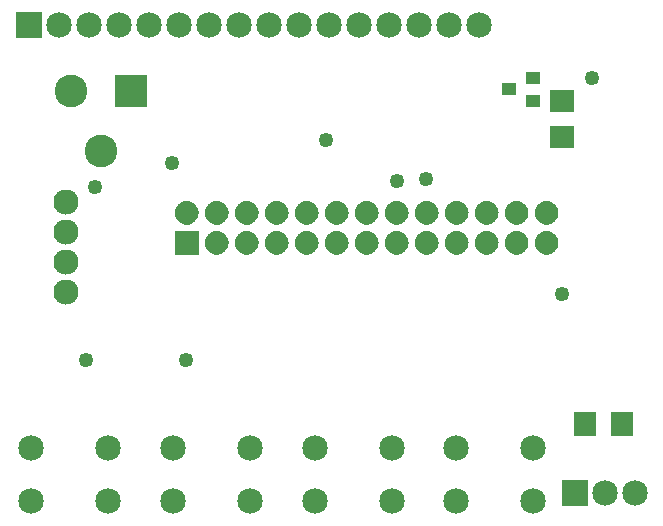
<source format=gts>
G04 MADE WITH FRITZING*
G04 WWW.FRITZING.ORG*
G04 DOUBLE SIDED*
G04 HOLES PLATED*
G04 CONTOUR ON CENTER OF CONTOUR VECTOR*
%ASAXBY*%
%FSLAX23Y23*%
%MOIN*%
%OFA0B0*%
%SFA1.0B1.0*%
%ADD10C,0.085000*%
%ADD11C,0.109000*%
%ADD12C,0.083889*%
%ADD13C,0.049370*%
%ADD14R,0.085000X0.085000*%
%ADD15R,0.109000X0.109000*%
%ADD16R,0.045433X0.041496*%
%ADD17R,0.072992X0.084803*%
%ADD18R,0.084803X0.072992*%
%ADD19R,0.080000X0.080000*%
%ADD20R,0.001000X0.001000*%
%LNMASK1*%
G90*
G70*
G54D10*
X54Y1650D03*
X154Y1650D03*
X254Y1650D03*
X354Y1650D03*
X454Y1650D03*
X554Y1650D03*
X654Y1650D03*
X754Y1650D03*
X854Y1650D03*
X954Y1650D03*
X1054Y1650D03*
X1154Y1650D03*
X1254Y1650D03*
X1354Y1650D03*
X1454Y1650D03*
X1554Y1650D03*
G54D11*
X194Y1429D03*
X394Y1429D03*
X294Y1229D03*
G54D10*
X63Y241D03*
X319Y241D03*
X63Y64D03*
X319Y64D03*
X535Y241D03*
X791Y241D03*
X535Y64D03*
X791Y64D03*
X2074Y91D03*
X1974Y91D03*
X1874Y91D03*
X1008Y241D03*
X1264Y241D03*
X1008Y64D03*
X1264Y64D03*
X1480Y241D03*
X1736Y241D03*
X1480Y64D03*
X1736Y64D03*
G54D12*
X180Y760D03*
X180Y860D03*
X180Y960D03*
X180Y1060D03*
G54D13*
X244Y532D03*
X579Y532D03*
X1831Y753D03*
X531Y1190D03*
X1283Y1131D03*
X1378Y1135D03*
X1933Y1473D03*
X1044Y1267D03*
X277Y1110D03*
G54D14*
X54Y1651D03*
G54D15*
X394Y1429D03*
G54D16*
X1736Y1398D03*
X1736Y1473D03*
X1657Y1436D03*
G54D17*
X2031Y320D03*
X1909Y320D03*
G54D18*
X1831Y1398D03*
X1831Y1276D03*
G54D14*
X1874Y91D03*
G54D19*
X582Y922D03*
G54D20*
X577Y1063D02*
X586Y1063D01*
X677Y1063D02*
X686Y1063D01*
X776Y1063D02*
X786Y1063D01*
X876Y1063D02*
X886Y1063D01*
X976Y1063D02*
X986Y1063D01*
X1076Y1063D02*
X1086Y1063D01*
X1176Y1063D02*
X1186Y1063D01*
X1276Y1063D02*
X1286Y1063D01*
X1376Y1063D02*
X1386Y1063D01*
X1476Y1063D02*
X1486Y1063D01*
X1576Y1063D02*
X1586Y1063D01*
X1676Y1063D02*
X1686Y1063D01*
X1776Y1063D02*
X1786Y1063D01*
X572Y1062D02*
X591Y1062D01*
X672Y1062D02*
X690Y1062D01*
X772Y1062D02*
X790Y1062D01*
X872Y1062D02*
X890Y1062D01*
X972Y1062D02*
X990Y1062D01*
X1072Y1062D02*
X1090Y1062D01*
X1172Y1062D02*
X1190Y1062D01*
X1272Y1062D02*
X1290Y1062D01*
X1372Y1062D02*
X1390Y1062D01*
X1472Y1062D02*
X1490Y1062D01*
X1572Y1062D02*
X1590Y1062D01*
X1672Y1062D02*
X1690Y1062D01*
X1772Y1062D02*
X1790Y1062D01*
X569Y1061D02*
X593Y1061D01*
X669Y1061D02*
X693Y1061D01*
X769Y1061D02*
X793Y1061D01*
X869Y1061D02*
X893Y1061D01*
X969Y1061D02*
X993Y1061D01*
X1069Y1061D02*
X1093Y1061D01*
X1169Y1061D02*
X1193Y1061D01*
X1269Y1061D02*
X1293Y1061D01*
X1369Y1061D02*
X1393Y1061D01*
X1469Y1061D02*
X1493Y1061D01*
X1569Y1061D02*
X1593Y1061D01*
X1669Y1061D02*
X1693Y1061D01*
X1769Y1061D02*
X1793Y1061D01*
X567Y1060D02*
X596Y1060D01*
X667Y1060D02*
X696Y1060D01*
X767Y1060D02*
X796Y1060D01*
X867Y1060D02*
X896Y1060D01*
X967Y1060D02*
X996Y1060D01*
X1067Y1060D02*
X1096Y1060D01*
X1167Y1060D02*
X1195Y1060D01*
X1267Y1060D02*
X1295Y1060D01*
X1367Y1060D02*
X1395Y1060D01*
X1467Y1060D02*
X1495Y1060D01*
X1567Y1060D02*
X1595Y1060D01*
X1667Y1060D02*
X1695Y1060D01*
X1767Y1060D02*
X1795Y1060D01*
X565Y1059D02*
X598Y1059D01*
X665Y1059D02*
X698Y1059D01*
X765Y1059D02*
X798Y1059D01*
X865Y1059D02*
X898Y1059D01*
X965Y1059D02*
X998Y1059D01*
X1065Y1059D02*
X1098Y1059D01*
X1165Y1059D02*
X1197Y1059D01*
X1265Y1059D02*
X1297Y1059D01*
X1365Y1059D02*
X1397Y1059D01*
X1465Y1059D02*
X1497Y1059D01*
X1565Y1059D02*
X1597Y1059D01*
X1665Y1059D02*
X1697Y1059D01*
X1765Y1059D02*
X1797Y1059D01*
X563Y1058D02*
X599Y1058D01*
X663Y1058D02*
X699Y1058D01*
X763Y1058D02*
X799Y1058D01*
X863Y1058D02*
X899Y1058D01*
X963Y1058D02*
X999Y1058D01*
X1063Y1058D02*
X1099Y1058D01*
X1163Y1058D02*
X1199Y1058D01*
X1263Y1058D02*
X1299Y1058D01*
X1363Y1058D02*
X1399Y1058D01*
X1463Y1058D02*
X1499Y1058D01*
X1563Y1058D02*
X1599Y1058D01*
X1663Y1058D02*
X1699Y1058D01*
X1763Y1058D02*
X1799Y1058D01*
X562Y1057D02*
X601Y1057D01*
X662Y1057D02*
X701Y1057D01*
X762Y1057D02*
X801Y1057D01*
X862Y1057D02*
X901Y1057D01*
X962Y1057D02*
X1001Y1057D01*
X1062Y1057D02*
X1101Y1057D01*
X1162Y1057D02*
X1201Y1057D01*
X1262Y1057D02*
X1301Y1057D01*
X1362Y1057D02*
X1401Y1057D01*
X1461Y1057D02*
X1501Y1057D01*
X1561Y1057D02*
X1601Y1057D01*
X1661Y1057D02*
X1701Y1057D01*
X1761Y1057D02*
X1801Y1057D01*
X560Y1056D02*
X603Y1056D01*
X660Y1056D02*
X702Y1056D01*
X760Y1056D02*
X802Y1056D01*
X860Y1056D02*
X902Y1056D01*
X960Y1056D02*
X1002Y1056D01*
X1060Y1056D02*
X1102Y1056D01*
X1160Y1056D02*
X1202Y1056D01*
X1260Y1056D02*
X1302Y1056D01*
X1360Y1056D02*
X1402Y1056D01*
X1460Y1056D02*
X1502Y1056D01*
X1560Y1056D02*
X1602Y1056D01*
X1660Y1056D02*
X1702Y1056D01*
X1760Y1056D02*
X1802Y1056D01*
X559Y1055D02*
X604Y1055D01*
X659Y1055D02*
X704Y1055D01*
X759Y1055D02*
X804Y1055D01*
X859Y1055D02*
X904Y1055D01*
X959Y1055D02*
X1004Y1055D01*
X1059Y1055D02*
X1104Y1055D01*
X1159Y1055D02*
X1204Y1055D01*
X1259Y1055D02*
X1304Y1055D01*
X1359Y1055D02*
X1404Y1055D01*
X1459Y1055D02*
X1504Y1055D01*
X1559Y1055D02*
X1604Y1055D01*
X1659Y1055D02*
X1703Y1055D01*
X1759Y1055D02*
X1803Y1055D01*
X558Y1054D02*
X605Y1054D01*
X658Y1054D02*
X705Y1054D01*
X758Y1054D02*
X805Y1054D01*
X858Y1054D02*
X905Y1054D01*
X958Y1054D02*
X1005Y1054D01*
X1058Y1054D02*
X1105Y1054D01*
X1158Y1054D02*
X1205Y1054D01*
X1257Y1054D02*
X1305Y1054D01*
X1357Y1054D02*
X1405Y1054D01*
X1457Y1054D02*
X1505Y1054D01*
X1557Y1054D02*
X1605Y1054D01*
X1657Y1054D02*
X1705Y1054D01*
X1757Y1054D02*
X1805Y1054D01*
X557Y1053D02*
X606Y1053D01*
X657Y1053D02*
X706Y1053D01*
X757Y1053D02*
X806Y1053D01*
X856Y1053D02*
X906Y1053D01*
X956Y1053D02*
X1006Y1053D01*
X1056Y1053D02*
X1106Y1053D01*
X1156Y1053D02*
X1206Y1053D01*
X1256Y1053D02*
X1306Y1053D01*
X1356Y1053D02*
X1406Y1053D01*
X1456Y1053D02*
X1506Y1053D01*
X1556Y1053D02*
X1606Y1053D01*
X1656Y1053D02*
X1706Y1053D01*
X1756Y1053D02*
X1806Y1053D01*
X555Y1052D02*
X607Y1052D01*
X655Y1052D02*
X707Y1052D01*
X755Y1052D02*
X807Y1052D01*
X855Y1052D02*
X907Y1052D01*
X955Y1052D02*
X1007Y1052D01*
X1055Y1052D02*
X1107Y1052D01*
X1155Y1052D02*
X1207Y1052D01*
X1255Y1052D02*
X1307Y1052D01*
X1355Y1052D02*
X1407Y1052D01*
X1455Y1052D02*
X1507Y1052D01*
X1555Y1052D02*
X1607Y1052D01*
X1655Y1052D02*
X1707Y1052D01*
X1755Y1052D02*
X1807Y1052D01*
X554Y1051D02*
X608Y1051D01*
X654Y1051D02*
X708Y1051D01*
X754Y1051D02*
X808Y1051D01*
X854Y1051D02*
X908Y1051D01*
X954Y1051D02*
X1008Y1051D01*
X1054Y1051D02*
X1108Y1051D01*
X1154Y1051D02*
X1208Y1051D01*
X1254Y1051D02*
X1308Y1051D01*
X1354Y1051D02*
X1408Y1051D01*
X1454Y1051D02*
X1508Y1051D01*
X1554Y1051D02*
X1608Y1051D01*
X1654Y1051D02*
X1708Y1051D01*
X1754Y1051D02*
X1808Y1051D01*
X553Y1050D02*
X609Y1050D01*
X653Y1050D02*
X709Y1050D01*
X753Y1050D02*
X809Y1050D01*
X853Y1050D02*
X909Y1050D01*
X953Y1050D02*
X1009Y1050D01*
X1053Y1050D02*
X1109Y1050D01*
X1153Y1050D02*
X1209Y1050D01*
X1253Y1050D02*
X1309Y1050D01*
X1353Y1050D02*
X1409Y1050D01*
X1453Y1050D02*
X1509Y1050D01*
X1553Y1050D02*
X1609Y1050D01*
X1653Y1050D02*
X1709Y1050D01*
X1753Y1050D02*
X1809Y1050D01*
X553Y1049D02*
X610Y1049D01*
X653Y1049D02*
X710Y1049D01*
X752Y1049D02*
X810Y1049D01*
X852Y1049D02*
X910Y1049D01*
X952Y1049D02*
X1010Y1049D01*
X1052Y1049D02*
X1110Y1049D01*
X1152Y1049D02*
X1210Y1049D01*
X1252Y1049D02*
X1310Y1049D01*
X1352Y1049D02*
X1410Y1049D01*
X1452Y1049D02*
X1510Y1049D01*
X1552Y1049D02*
X1610Y1049D01*
X1652Y1049D02*
X1710Y1049D01*
X1752Y1049D02*
X1810Y1049D01*
X552Y1048D02*
X611Y1048D01*
X652Y1048D02*
X711Y1048D01*
X752Y1048D02*
X811Y1048D01*
X852Y1048D02*
X911Y1048D01*
X952Y1048D02*
X1011Y1048D01*
X1052Y1048D02*
X1111Y1048D01*
X1151Y1048D02*
X1211Y1048D01*
X1251Y1048D02*
X1311Y1048D01*
X1351Y1048D02*
X1411Y1048D01*
X1451Y1048D02*
X1511Y1048D01*
X1551Y1048D02*
X1611Y1048D01*
X1651Y1048D02*
X1711Y1048D01*
X1751Y1048D02*
X1811Y1048D01*
X551Y1047D02*
X612Y1047D01*
X651Y1047D02*
X712Y1047D01*
X751Y1047D02*
X812Y1047D01*
X851Y1047D02*
X912Y1047D01*
X951Y1047D02*
X1012Y1047D01*
X1051Y1047D02*
X1112Y1047D01*
X1151Y1047D02*
X1212Y1047D01*
X1251Y1047D02*
X1312Y1047D01*
X1351Y1047D02*
X1412Y1047D01*
X1451Y1047D02*
X1512Y1047D01*
X1551Y1047D02*
X1612Y1047D01*
X1650Y1047D02*
X1712Y1047D01*
X1750Y1047D02*
X1812Y1047D01*
X550Y1046D02*
X613Y1046D01*
X650Y1046D02*
X713Y1046D01*
X750Y1046D02*
X813Y1046D01*
X850Y1046D02*
X913Y1046D01*
X950Y1046D02*
X1013Y1046D01*
X1050Y1046D02*
X1113Y1046D01*
X1150Y1046D02*
X1213Y1046D01*
X1250Y1046D02*
X1313Y1046D01*
X1350Y1046D02*
X1412Y1046D01*
X1450Y1046D02*
X1512Y1046D01*
X1550Y1046D02*
X1612Y1046D01*
X1650Y1046D02*
X1712Y1046D01*
X1750Y1046D02*
X1812Y1046D01*
X549Y1045D02*
X613Y1045D01*
X649Y1045D02*
X713Y1045D01*
X749Y1045D02*
X813Y1045D01*
X849Y1045D02*
X913Y1045D01*
X949Y1045D02*
X1013Y1045D01*
X1049Y1045D02*
X1113Y1045D01*
X1149Y1045D02*
X1213Y1045D01*
X1249Y1045D02*
X1313Y1045D01*
X1349Y1045D02*
X1413Y1045D01*
X1449Y1045D02*
X1513Y1045D01*
X1549Y1045D02*
X1613Y1045D01*
X1649Y1045D02*
X1713Y1045D01*
X1749Y1045D02*
X1813Y1045D01*
X549Y1044D02*
X614Y1044D01*
X649Y1044D02*
X714Y1044D01*
X749Y1044D02*
X814Y1044D01*
X849Y1044D02*
X914Y1044D01*
X949Y1044D02*
X1014Y1044D01*
X1048Y1044D02*
X1114Y1044D01*
X1148Y1044D02*
X1214Y1044D01*
X1248Y1044D02*
X1314Y1044D01*
X1348Y1044D02*
X1414Y1044D01*
X1448Y1044D02*
X1514Y1044D01*
X1548Y1044D02*
X1614Y1044D01*
X1648Y1044D02*
X1714Y1044D01*
X1748Y1044D02*
X1814Y1044D01*
X548Y1043D02*
X615Y1043D01*
X648Y1043D02*
X715Y1043D01*
X748Y1043D02*
X815Y1043D01*
X848Y1043D02*
X915Y1043D01*
X948Y1043D02*
X1015Y1043D01*
X1048Y1043D02*
X1115Y1043D01*
X1148Y1043D02*
X1215Y1043D01*
X1248Y1043D02*
X1315Y1043D01*
X1348Y1043D02*
X1415Y1043D01*
X1448Y1043D02*
X1515Y1043D01*
X1548Y1043D02*
X1614Y1043D01*
X1648Y1043D02*
X1714Y1043D01*
X1748Y1043D02*
X1814Y1043D01*
X547Y1042D02*
X615Y1042D01*
X647Y1042D02*
X715Y1042D01*
X747Y1042D02*
X815Y1042D01*
X847Y1042D02*
X915Y1042D01*
X947Y1042D02*
X1015Y1042D01*
X1047Y1042D02*
X1115Y1042D01*
X1147Y1042D02*
X1215Y1042D01*
X1247Y1042D02*
X1315Y1042D01*
X1347Y1042D02*
X1415Y1042D01*
X1447Y1042D02*
X1515Y1042D01*
X1547Y1042D02*
X1615Y1042D01*
X1647Y1042D02*
X1715Y1042D01*
X1747Y1042D02*
X1815Y1042D01*
X547Y1041D02*
X616Y1041D01*
X647Y1041D02*
X716Y1041D01*
X747Y1041D02*
X816Y1041D01*
X847Y1041D02*
X916Y1041D01*
X947Y1041D02*
X1016Y1041D01*
X1047Y1041D02*
X1116Y1041D01*
X1147Y1041D02*
X1216Y1041D01*
X1247Y1041D02*
X1316Y1041D01*
X1347Y1041D02*
X1416Y1041D01*
X1446Y1041D02*
X1516Y1041D01*
X1546Y1041D02*
X1616Y1041D01*
X1646Y1041D02*
X1716Y1041D01*
X1746Y1041D02*
X1816Y1041D01*
X546Y1040D02*
X617Y1040D01*
X646Y1040D02*
X717Y1040D01*
X746Y1040D02*
X817Y1040D01*
X846Y1040D02*
X916Y1040D01*
X946Y1040D02*
X1016Y1040D01*
X1046Y1040D02*
X1116Y1040D01*
X1146Y1040D02*
X1216Y1040D01*
X1246Y1040D02*
X1316Y1040D01*
X1346Y1040D02*
X1416Y1040D01*
X1446Y1040D02*
X1516Y1040D01*
X1546Y1040D02*
X1616Y1040D01*
X1646Y1040D02*
X1716Y1040D01*
X1746Y1040D02*
X1816Y1040D01*
X546Y1039D02*
X617Y1039D01*
X646Y1039D02*
X717Y1039D01*
X746Y1039D02*
X817Y1039D01*
X846Y1039D02*
X917Y1039D01*
X946Y1039D02*
X1017Y1039D01*
X1046Y1039D02*
X1117Y1039D01*
X1146Y1039D02*
X1217Y1039D01*
X1246Y1039D02*
X1317Y1039D01*
X1345Y1039D02*
X1417Y1039D01*
X1445Y1039D02*
X1517Y1039D01*
X1545Y1039D02*
X1617Y1039D01*
X1645Y1039D02*
X1717Y1039D01*
X1745Y1039D02*
X1817Y1039D01*
X545Y1038D02*
X618Y1038D01*
X645Y1038D02*
X718Y1038D01*
X745Y1038D02*
X818Y1038D01*
X845Y1038D02*
X917Y1038D01*
X945Y1038D02*
X1017Y1038D01*
X1045Y1038D02*
X1117Y1038D01*
X1145Y1038D02*
X1217Y1038D01*
X1245Y1038D02*
X1317Y1038D01*
X1345Y1038D02*
X1417Y1038D01*
X1445Y1038D02*
X1517Y1038D01*
X1545Y1038D02*
X1617Y1038D01*
X1645Y1038D02*
X1717Y1038D01*
X1745Y1038D02*
X1817Y1038D01*
X545Y1037D02*
X618Y1037D01*
X645Y1037D02*
X718Y1037D01*
X745Y1037D02*
X818Y1037D01*
X845Y1037D02*
X918Y1037D01*
X945Y1037D02*
X1018Y1037D01*
X1045Y1037D02*
X1118Y1037D01*
X1145Y1037D02*
X1218Y1037D01*
X1245Y1037D02*
X1318Y1037D01*
X1345Y1037D02*
X1418Y1037D01*
X1445Y1037D02*
X1518Y1037D01*
X1544Y1037D02*
X1618Y1037D01*
X1644Y1037D02*
X1718Y1037D01*
X1744Y1037D02*
X1818Y1037D01*
X544Y1036D02*
X618Y1036D01*
X644Y1036D02*
X718Y1036D01*
X744Y1036D02*
X818Y1036D01*
X844Y1036D02*
X918Y1036D01*
X944Y1036D02*
X1018Y1036D01*
X1044Y1036D02*
X1118Y1036D01*
X1144Y1036D02*
X1218Y1036D01*
X1244Y1036D02*
X1318Y1036D01*
X1344Y1036D02*
X1418Y1036D01*
X1444Y1036D02*
X1518Y1036D01*
X1544Y1036D02*
X1618Y1036D01*
X1644Y1036D02*
X1718Y1036D01*
X1744Y1036D02*
X1818Y1036D01*
X544Y1035D02*
X619Y1035D01*
X644Y1035D02*
X719Y1035D01*
X744Y1035D02*
X819Y1035D01*
X844Y1035D02*
X919Y1035D01*
X944Y1035D02*
X1019Y1035D01*
X1044Y1035D02*
X1119Y1035D01*
X1144Y1035D02*
X1219Y1035D01*
X1244Y1035D02*
X1319Y1035D01*
X1344Y1035D02*
X1419Y1035D01*
X1444Y1035D02*
X1518Y1035D01*
X1544Y1035D02*
X1618Y1035D01*
X1644Y1035D02*
X1718Y1035D01*
X1744Y1035D02*
X1818Y1035D01*
X544Y1034D02*
X619Y1034D01*
X644Y1034D02*
X719Y1034D01*
X744Y1034D02*
X819Y1034D01*
X844Y1034D02*
X919Y1034D01*
X944Y1034D02*
X1019Y1034D01*
X1044Y1034D02*
X1119Y1034D01*
X1143Y1034D02*
X1219Y1034D01*
X1243Y1034D02*
X1319Y1034D01*
X1343Y1034D02*
X1419Y1034D01*
X1443Y1034D02*
X1519Y1034D01*
X1543Y1034D02*
X1619Y1034D01*
X1643Y1034D02*
X1719Y1034D01*
X1743Y1034D02*
X1819Y1034D01*
X543Y1033D02*
X619Y1033D01*
X643Y1033D02*
X719Y1033D01*
X743Y1033D02*
X819Y1033D01*
X843Y1033D02*
X919Y1033D01*
X943Y1033D02*
X1019Y1033D01*
X1043Y1033D02*
X1119Y1033D01*
X1143Y1033D02*
X1219Y1033D01*
X1243Y1033D02*
X1319Y1033D01*
X1343Y1033D02*
X1419Y1033D01*
X1443Y1033D02*
X1519Y1033D01*
X1543Y1033D02*
X1619Y1033D01*
X1643Y1033D02*
X1719Y1033D01*
X1743Y1033D02*
X1819Y1033D01*
X543Y1032D02*
X620Y1032D01*
X643Y1032D02*
X720Y1032D01*
X743Y1032D02*
X820Y1032D01*
X843Y1032D02*
X920Y1032D01*
X943Y1032D02*
X1020Y1032D01*
X1043Y1032D02*
X1120Y1032D01*
X1143Y1032D02*
X1220Y1032D01*
X1243Y1032D02*
X1320Y1032D01*
X1343Y1032D02*
X1419Y1032D01*
X1443Y1032D02*
X1519Y1032D01*
X1543Y1032D02*
X1619Y1032D01*
X1643Y1032D02*
X1719Y1032D01*
X1743Y1032D02*
X1819Y1032D01*
X543Y1031D02*
X620Y1031D01*
X643Y1031D02*
X720Y1031D01*
X743Y1031D02*
X820Y1031D01*
X843Y1031D02*
X920Y1031D01*
X943Y1031D02*
X1020Y1031D01*
X1043Y1031D02*
X1120Y1031D01*
X1143Y1031D02*
X1220Y1031D01*
X1243Y1031D02*
X1320Y1031D01*
X1343Y1031D02*
X1420Y1031D01*
X1443Y1031D02*
X1520Y1031D01*
X1542Y1031D02*
X1620Y1031D01*
X1642Y1031D02*
X1720Y1031D01*
X1742Y1031D02*
X1820Y1031D01*
X543Y1030D02*
X620Y1030D01*
X643Y1030D02*
X720Y1030D01*
X743Y1030D02*
X820Y1030D01*
X843Y1030D02*
X920Y1030D01*
X942Y1030D02*
X1020Y1030D01*
X1042Y1030D02*
X1120Y1030D01*
X1142Y1030D02*
X1220Y1030D01*
X1242Y1030D02*
X1320Y1030D01*
X1342Y1030D02*
X1420Y1030D01*
X1442Y1030D02*
X1520Y1030D01*
X1542Y1030D02*
X1620Y1030D01*
X1642Y1030D02*
X1720Y1030D01*
X1742Y1030D02*
X1820Y1030D01*
X542Y1029D02*
X620Y1029D01*
X642Y1029D02*
X720Y1029D01*
X742Y1029D02*
X820Y1029D01*
X842Y1029D02*
X920Y1029D01*
X942Y1029D02*
X1020Y1029D01*
X1042Y1029D02*
X1120Y1029D01*
X1142Y1029D02*
X1220Y1029D01*
X1242Y1029D02*
X1320Y1029D01*
X1342Y1029D02*
X1420Y1029D01*
X1442Y1029D02*
X1520Y1029D01*
X1542Y1029D02*
X1620Y1029D01*
X1642Y1029D02*
X1720Y1029D01*
X1742Y1029D02*
X1820Y1029D01*
X542Y1028D02*
X621Y1028D01*
X642Y1028D02*
X721Y1028D01*
X742Y1028D02*
X821Y1028D01*
X842Y1028D02*
X920Y1028D01*
X942Y1028D02*
X1020Y1028D01*
X1042Y1028D02*
X1120Y1028D01*
X1142Y1028D02*
X1220Y1028D01*
X1242Y1028D02*
X1320Y1028D01*
X1342Y1028D02*
X1420Y1028D01*
X1442Y1028D02*
X1520Y1028D01*
X1542Y1028D02*
X1620Y1028D01*
X1642Y1028D02*
X1720Y1028D01*
X1742Y1028D02*
X1820Y1028D01*
X542Y1027D02*
X621Y1027D01*
X642Y1027D02*
X721Y1027D01*
X742Y1027D02*
X821Y1027D01*
X842Y1027D02*
X921Y1027D01*
X942Y1027D02*
X1021Y1027D01*
X1042Y1027D02*
X1121Y1027D01*
X1142Y1027D02*
X1220Y1027D01*
X1242Y1027D02*
X1320Y1027D01*
X1342Y1027D02*
X1420Y1027D01*
X1442Y1027D02*
X1520Y1027D01*
X1542Y1027D02*
X1620Y1027D01*
X1642Y1027D02*
X1720Y1027D01*
X1742Y1027D02*
X1820Y1027D01*
X542Y1026D02*
X621Y1026D01*
X642Y1026D02*
X721Y1026D01*
X742Y1026D02*
X821Y1026D01*
X842Y1026D02*
X921Y1026D01*
X942Y1026D02*
X1021Y1026D01*
X1042Y1026D02*
X1121Y1026D01*
X1142Y1026D02*
X1221Y1026D01*
X1242Y1026D02*
X1321Y1026D01*
X1342Y1026D02*
X1421Y1026D01*
X1442Y1026D02*
X1520Y1026D01*
X1542Y1026D02*
X1620Y1026D01*
X1642Y1026D02*
X1720Y1026D01*
X1742Y1026D02*
X1820Y1026D01*
X542Y1025D02*
X621Y1025D01*
X642Y1025D02*
X721Y1025D01*
X742Y1025D02*
X821Y1025D01*
X842Y1025D02*
X921Y1025D01*
X942Y1025D02*
X1021Y1025D01*
X1042Y1025D02*
X1121Y1025D01*
X1142Y1025D02*
X1221Y1025D01*
X1242Y1025D02*
X1321Y1025D01*
X1342Y1025D02*
X1421Y1025D01*
X1442Y1025D02*
X1521Y1025D01*
X1542Y1025D02*
X1621Y1025D01*
X1642Y1025D02*
X1720Y1025D01*
X1742Y1025D02*
X1820Y1025D01*
X542Y1024D02*
X621Y1024D01*
X642Y1024D02*
X721Y1024D01*
X742Y1024D02*
X821Y1024D01*
X842Y1024D02*
X921Y1024D01*
X942Y1024D02*
X1021Y1024D01*
X1042Y1024D02*
X1121Y1024D01*
X1142Y1024D02*
X1221Y1024D01*
X1242Y1024D02*
X1321Y1024D01*
X1342Y1024D02*
X1421Y1024D01*
X1442Y1024D02*
X1521Y1024D01*
X1542Y1024D02*
X1621Y1024D01*
X1642Y1024D02*
X1721Y1024D01*
X1742Y1024D02*
X1820Y1024D01*
X542Y1023D02*
X621Y1023D01*
X642Y1023D02*
X721Y1023D01*
X742Y1023D02*
X821Y1023D01*
X842Y1023D02*
X921Y1023D01*
X942Y1023D02*
X1021Y1023D01*
X1042Y1023D02*
X1121Y1023D01*
X1142Y1023D02*
X1221Y1023D01*
X1242Y1023D02*
X1321Y1023D01*
X1342Y1023D02*
X1421Y1023D01*
X1442Y1023D02*
X1521Y1023D01*
X1542Y1023D02*
X1621Y1023D01*
X1642Y1023D02*
X1721Y1023D01*
X1742Y1023D02*
X1820Y1023D01*
X542Y1022D02*
X621Y1022D01*
X642Y1022D02*
X721Y1022D01*
X742Y1022D02*
X821Y1022D01*
X842Y1022D02*
X921Y1022D01*
X942Y1022D02*
X1021Y1022D01*
X1042Y1022D02*
X1121Y1022D01*
X1142Y1022D02*
X1221Y1022D01*
X1242Y1022D02*
X1321Y1022D01*
X1342Y1022D02*
X1421Y1022D01*
X1442Y1022D02*
X1521Y1022D01*
X1542Y1022D02*
X1621Y1022D01*
X1642Y1022D02*
X1720Y1022D01*
X1742Y1022D02*
X1820Y1022D01*
X542Y1021D02*
X621Y1021D01*
X642Y1021D02*
X721Y1021D01*
X742Y1021D02*
X821Y1021D01*
X842Y1021D02*
X921Y1021D01*
X942Y1021D02*
X1021Y1021D01*
X1042Y1021D02*
X1121Y1021D01*
X1142Y1021D02*
X1221Y1021D01*
X1242Y1021D02*
X1321Y1021D01*
X1342Y1021D02*
X1421Y1021D01*
X1442Y1021D02*
X1520Y1021D01*
X1542Y1021D02*
X1620Y1021D01*
X1642Y1021D02*
X1720Y1021D01*
X1742Y1021D02*
X1820Y1021D01*
X542Y1020D02*
X621Y1020D01*
X642Y1020D02*
X721Y1020D01*
X742Y1020D02*
X821Y1020D01*
X842Y1020D02*
X921Y1020D01*
X942Y1020D02*
X1021Y1020D01*
X1042Y1020D02*
X1121Y1020D01*
X1142Y1020D02*
X1221Y1020D01*
X1242Y1020D02*
X1320Y1020D01*
X1342Y1020D02*
X1420Y1020D01*
X1442Y1020D02*
X1520Y1020D01*
X1542Y1020D02*
X1620Y1020D01*
X1642Y1020D02*
X1720Y1020D01*
X1742Y1020D02*
X1820Y1020D01*
X542Y1019D02*
X621Y1019D01*
X642Y1019D02*
X721Y1019D01*
X742Y1019D02*
X821Y1019D01*
X842Y1019D02*
X920Y1019D01*
X942Y1019D02*
X1020Y1019D01*
X1042Y1019D02*
X1120Y1019D01*
X1142Y1019D02*
X1220Y1019D01*
X1242Y1019D02*
X1320Y1019D01*
X1342Y1019D02*
X1420Y1019D01*
X1442Y1019D02*
X1520Y1019D01*
X1542Y1019D02*
X1620Y1019D01*
X1642Y1019D02*
X1720Y1019D01*
X1742Y1019D02*
X1820Y1019D01*
X542Y1018D02*
X620Y1018D01*
X642Y1018D02*
X720Y1018D01*
X742Y1018D02*
X820Y1018D01*
X842Y1018D02*
X920Y1018D01*
X942Y1018D02*
X1020Y1018D01*
X1042Y1018D02*
X1120Y1018D01*
X1142Y1018D02*
X1220Y1018D01*
X1242Y1018D02*
X1320Y1018D01*
X1342Y1018D02*
X1420Y1018D01*
X1442Y1018D02*
X1520Y1018D01*
X1542Y1018D02*
X1620Y1018D01*
X1642Y1018D02*
X1720Y1018D01*
X1742Y1018D02*
X1820Y1018D01*
X543Y1017D02*
X620Y1017D01*
X643Y1017D02*
X720Y1017D01*
X743Y1017D02*
X820Y1017D01*
X843Y1017D02*
X920Y1017D01*
X942Y1017D02*
X1020Y1017D01*
X1042Y1017D02*
X1120Y1017D01*
X1142Y1017D02*
X1220Y1017D01*
X1242Y1017D02*
X1320Y1017D01*
X1342Y1017D02*
X1420Y1017D01*
X1442Y1017D02*
X1520Y1017D01*
X1542Y1017D02*
X1620Y1017D01*
X1642Y1017D02*
X1720Y1017D01*
X1742Y1017D02*
X1820Y1017D01*
X543Y1016D02*
X620Y1016D01*
X643Y1016D02*
X720Y1016D01*
X743Y1016D02*
X820Y1016D01*
X843Y1016D02*
X920Y1016D01*
X943Y1016D02*
X1020Y1016D01*
X1043Y1016D02*
X1120Y1016D01*
X1143Y1016D02*
X1220Y1016D01*
X1243Y1016D02*
X1320Y1016D01*
X1343Y1016D02*
X1420Y1016D01*
X1443Y1016D02*
X1520Y1016D01*
X1542Y1016D02*
X1620Y1016D01*
X1642Y1016D02*
X1720Y1016D01*
X1742Y1016D02*
X1820Y1016D01*
X543Y1015D02*
X620Y1015D01*
X643Y1015D02*
X720Y1015D01*
X743Y1015D02*
X820Y1015D01*
X843Y1015D02*
X920Y1015D01*
X943Y1015D02*
X1020Y1015D01*
X1043Y1015D02*
X1120Y1015D01*
X1143Y1015D02*
X1220Y1015D01*
X1243Y1015D02*
X1320Y1015D01*
X1343Y1015D02*
X1419Y1015D01*
X1443Y1015D02*
X1519Y1015D01*
X1543Y1015D02*
X1619Y1015D01*
X1643Y1015D02*
X1719Y1015D01*
X1743Y1015D02*
X1819Y1015D01*
X543Y1014D02*
X619Y1014D01*
X643Y1014D02*
X719Y1014D01*
X743Y1014D02*
X819Y1014D01*
X843Y1014D02*
X919Y1014D01*
X943Y1014D02*
X1019Y1014D01*
X1043Y1014D02*
X1119Y1014D01*
X1143Y1014D02*
X1219Y1014D01*
X1243Y1014D02*
X1319Y1014D01*
X1343Y1014D02*
X1419Y1014D01*
X1443Y1014D02*
X1519Y1014D01*
X1543Y1014D02*
X1619Y1014D01*
X1643Y1014D02*
X1719Y1014D01*
X1743Y1014D02*
X1819Y1014D01*
X544Y1013D02*
X619Y1013D01*
X644Y1013D02*
X719Y1013D01*
X744Y1013D02*
X819Y1013D01*
X844Y1013D02*
X919Y1013D01*
X944Y1013D02*
X1019Y1013D01*
X1044Y1013D02*
X1119Y1013D01*
X1143Y1013D02*
X1219Y1013D01*
X1243Y1013D02*
X1319Y1013D01*
X1343Y1013D02*
X1419Y1013D01*
X1443Y1013D02*
X1519Y1013D01*
X1543Y1013D02*
X1619Y1013D01*
X1643Y1013D02*
X1719Y1013D01*
X1743Y1013D02*
X1819Y1013D01*
X544Y1012D02*
X619Y1012D01*
X644Y1012D02*
X719Y1012D01*
X744Y1012D02*
X819Y1012D01*
X844Y1012D02*
X919Y1012D01*
X944Y1012D02*
X1019Y1012D01*
X1044Y1012D02*
X1119Y1012D01*
X1144Y1012D02*
X1219Y1012D01*
X1244Y1012D02*
X1319Y1012D01*
X1344Y1012D02*
X1419Y1012D01*
X1444Y1012D02*
X1518Y1012D01*
X1544Y1012D02*
X1618Y1012D01*
X1644Y1012D02*
X1718Y1012D01*
X1744Y1012D02*
X1818Y1012D01*
X544Y1011D02*
X618Y1011D01*
X644Y1011D02*
X718Y1011D01*
X744Y1011D02*
X818Y1011D01*
X844Y1011D02*
X918Y1011D01*
X944Y1011D02*
X1018Y1011D01*
X1044Y1011D02*
X1118Y1011D01*
X1144Y1011D02*
X1218Y1011D01*
X1244Y1011D02*
X1318Y1011D01*
X1344Y1011D02*
X1418Y1011D01*
X1444Y1011D02*
X1518Y1011D01*
X1544Y1011D02*
X1618Y1011D01*
X1644Y1011D02*
X1718Y1011D01*
X1744Y1011D02*
X1818Y1011D01*
X545Y1010D02*
X618Y1010D01*
X645Y1010D02*
X718Y1010D01*
X745Y1010D02*
X818Y1010D01*
X845Y1010D02*
X918Y1010D01*
X945Y1010D02*
X1018Y1010D01*
X1045Y1010D02*
X1118Y1010D01*
X1145Y1010D02*
X1218Y1010D01*
X1245Y1010D02*
X1318Y1010D01*
X1345Y1010D02*
X1418Y1010D01*
X1445Y1010D02*
X1518Y1010D01*
X1544Y1010D02*
X1618Y1010D01*
X1644Y1010D02*
X1718Y1010D01*
X1744Y1010D02*
X1818Y1010D01*
X545Y1009D02*
X618Y1009D01*
X645Y1009D02*
X718Y1009D01*
X745Y1009D02*
X818Y1009D01*
X845Y1009D02*
X917Y1009D01*
X945Y1009D02*
X1017Y1009D01*
X1045Y1009D02*
X1117Y1009D01*
X1145Y1009D02*
X1217Y1009D01*
X1245Y1009D02*
X1317Y1009D01*
X1345Y1009D02*
X1417Y1009D01*
X1445Y1009D02*
X1517Y1009D01*
X1545Y1009D02*
X1617Y1009D01*
X1645Y1009D02*
X1717Y1009D01*
X1745Y1009D02*
X1817Y1009D01*
X546Y1008D02*
X617Y1008D01*
X646Y1008D02*
X717Y1008D01*
X746Y1008D02*
X817Y1008D01*
X846Y1008D02*
X917Y1008D01*
X946Y1008D02*
X1017Y1008D01*
X1046Y1008D02*
X1117Y1008D01*
X1146Y1008D02*
X1217Y1008D01*
X1246Y1008D02*
X1317Y1008D01*
X1345Y1008D02*
X1417Y1008D01*
X1445Y1008D02*
X1517Y1008D01*
X1545Y1008D02*
X1617Y1008D01*
X1645Y1008D02*
X1717Y1008D01*
X1745Y1008D02*
X1817Y1008D01*
X546Y1007D02*
X617Y1007D01*
X646Y1007D02*
X717Y1007D01*
X746Y1007D02*
X817Y1007D01*
X846Y1007D02*
X916Y1007D01*
X946Y1007D02*
X1016Y1007D01*
X1046Y1007D02*
X1116Y1007D01*
X1146Y1007D02*
X1216Y1007D01*
X1246Y1007D02*
X1316Y1007D01*
X1346Y1007D02*
X1416Y1007D01*
X1446Y1007D02*
X1516Y1007D01*
X1546Y1007D02*
X1616Y1007D01*
X1646Y1007D02*
X1716Y1007D01*
X1746Y1007D02*
X1816Y1007D01*
X547Y1006D02*
X616Y1006D01*
X647Y1006D02*
X716Y1006D01*
X747Y1006D02*
X816Y1006D01*
X847Y1006D02*
X916Y1006D01*
X947Y1006D02*
X1016Y1006D01*
X1047Y1006D02*
X1116Y1006D01*
X1147Y1006D02*
X1216Y1006D01*
X1247Y1006D02*
X1316Y1006D01*
X1347Y1006D02*
X1416Y1006D01*
X1446Y1006D02*
X1516Y1006D01*
X1546Y1006D02*
X1616Y1006D01*
X1646Y1006D02*
X1716Y1006D01*
X1746Y1006D02*
X1816Y1006D01*
X547Y1005D02*
X615Y1005D01*
X647Y1005D02*
X715Y1005D01*
X747Y1005D02*
X815Y1005D01*
X847Y1005D02*
X915Y1005D01*
X947Y1005D02*
X1015Y1005D01*
X1047Y1005D02*
X1115Y1005D01*
X1147Y1005D02*
X1215Y1005D01*
X1247Y1005D02*
X1315Y1005D01*
X1347Y1005D02*
X1415Y1005D01*
X1447Y1005D02*
X1515Y1005D01*
X1547Y1005D02*
X1615Y1005D01*
X1647Y1005D02*
X1715Y1005D01*
X1747Y1005D02*
X1815Y1005D01*
X548Y1004D02*
X615Y1004D01*
X648Y1004D02*
X715Y1004D01*
X748Y1004D02*
X815Y1004D01*
X848Y1004D02*
X915Y1004D01*
X948Y1004D02*
X1015Y1004D01*
X1048Y1004D02*
X1115Y1004D01*
X1148Y1004D02*
X1215Y1004D01*
X1248Y1004D02*
X1315Y1004D01*
X1348Y1004D02*
X1415Y1004D01*
X1448Y1004D02*
X1515Y1004D01*
X1548Y1004D02*
X1614Y1004D01*
X1648Y1004D02*
X1714Y1004D01*
X1748Y1004D02*
X1814Y1004D01*
X549Y1003D02*
X614Y1003D01*
X649Y1003D02*
X714Y1003D01*
X749Y1003D02*
X814Y1003D01*
X849Y1003D02*
X914Y1003D01*
X949Y1003D02*
X1014Y1003D01*
X1048Y1003D02*
X1114Y1003D01*
X1148Y1003D02*
X1214Y1003D01*
X1248Y1003D02*
X1314Y1003D01*
X1348Y1003D02*
X1414Y1003D01*
X1448Y1003D02*
X1514Y1003D01*
X1548Y1003D02*
X1614Y1003D01*
X1648Y1003D02*
X1714Y1003D01*
X1748Y1003D02*
X1814Y1003D01*
X549Y1002D02*
X613Y1002D01*
X649Y1002D02*
X713Y1002D01*
X749Y1002D02*
X813Y1002D01*
X849Y1002D02*
X913Y1002D01*
X949Y1002D02*
X1013Y1002D01*
X1049Y1002D02*
X1113Y1002D01*
X1149Y1002D02*
X1213Y1002D01*
X1249Y1002D02*
X1313Y1002D01*
X1349Y1002D02*
X1413Y1002D01*
X1449Y1002D02*
X1513Y1002D01*
X1549Y1002D02*
X1613Y1002D01*
X1649Y1002D02*
X1713Y1002D01*
X1749Y1002D02*
X1813Y1002D01*
X550Y1001D02*
X613Y1001D01*
X650Y1001D02*
X713Y1001D01*
X750Y1001D02*
X813Y1001D01*
X850Y1001D02*
X913Y1001D01*
X950Y1001D02*
X1013Y1001D01*
X1050Y1001D02*
X1113Y1001D01*
X1150Y1001D02*
X1213Y1001D01*
X1250Y1001D02*
X1313Y1001D01*
X1350Y1001D02*
X1412Y1001D01*
X1450Y1001D02*
X1512Y1001D01*
X1550Y1001D02*
X1612Y1001D01*
X1650Y1001D02*
X1712Y1001D01*
X1750Y1001D02*
X1812Y1001D01*
X551Y1000D02*
X612Y1000D01*
X651Y1000D02*
X712Y1000D01*
X751Y1000D02*
X812Y1000D01*
X851Y1000D02*
X912Y1000D01*
X951Y1000D02*
X1012Y1000D01*
X1051Y1000D02*
X1112Y1000D01*
X1151Y1000D02*
X1212Y1000D01*
X1251Y1000D02*
X1312Y1000D01*
X1351Y1000D02*
X1412Y1000D01*
X1451Y1000D02*
X1512Y1000D01*
X1550Y1000D02*
X1612Y1000D01*
X1650Y1000D02*
X1712Y1000D01*
X1750Y1000D02*
X1812Y1000D01*
X552Y999D02*
X611Y999D01*
X652Y999D02*
X711Y999D01*
X752Y999D02*
X811Y999D01*
X852Y999D02*
X911Y999D01*
X952Y999D02*
X1011Y999D01*
X1051Y999D02*
X1111Y999D01*
X1151Y999D02*
X1211Y999D01*
X1251Y999D02*
X1311Y999D01*
X1351Y999D02*
X1411Y999D01*
X1451Y999D02*
X1511Y999D01*
X1551Y999D02*
X1611Y999D01*
X1651Y999D02*
X1711Y999D01*
X1751Y999D02*
X1811Y999D01*
X553Y998D02*
X610Y998D01*
X653Y998D02*
X710Y998D01*
X752Y998D02*
X810Y998D01*
X852Y998D02*
X910Y998D01*
X952Y998D02*
X1010Y998D01*
X1052Y998D02*
X1110Y998D01*
X1152Y998D02*
X1210Y998D01*
X1252Y998D02*
X1310Y998D01*
X1352Y998D02*
X1410Y998D01*
X1452Y998D02*
X1510Y998D01*
X1552Y998D02*
X1610Y998D01*
X1652Y998D02*
X1710Y998D01*
X1752Y998D02*
X1810Y998D01*
X553Y997D02*
X609Y997D01*
X653Y997D02*
X709Y997D01*
X753Y997D02*
X809Y997D01*
X853Y997D02*
X909Y997D01*
X953Y997D02*
X1009Y997D01*
X1053Y997D02*
X1109Y997D01*
X1153Y997D02*
X1209Y997D01*
X1253Y997D02*
X1309Y997D01*
X1353Y997D02*
X1409Y997D01*
X1453Y997D02*
X1509Y997D01*
X1553Y997D02*
X1609Y997D01*
X1653Y997D02*
X1709Y997D01*
X1753Y997D02*
X1809Y997D01*
X554Y996D02*
X608Y996D01*
X654Y996D02*
X708Y996D01*
X754Y996D02*
X808Y996D01*
X854Y996D02*
X908Y996D01*
X954Y996D02*
X1008Y996D01*
X1054Y996D02*
X1108Y996D01*
X1154Y996D02*
X1208Y996D01*
X1254Y996D02*
X1308Y996D01*
X1354Y996D02*
X1408Y996D01*
X1454Y996D02*
X1508Y996D01*
X1554Y996D02*
X1608Y996D01*
X1654Y996D02*
X1708Y996D01*
X1754Y996D02*
X1808Y996D01*
X555Y995D02*
X607Y995D01*
X655Y995D02*
X707Y995D01*
X755Y995D02*
X807Y995D01*
X855Y995D02*
X907Y995D01*
X955Y995D02*
X1007Y995D01*
X1055Y995D02*
X1107Y995D01*
X1155Y995D02*
X1207Y995D01*
X1255Y995D02*
X1307Y995D01*
X1355Y995D02*
X1407Y995D01*
X1455Y995D02*
X1507Y995D01*
X1555Y995D02*
X1607Y995D01*
X1655Y995D02*
X1707Y995D01*
X1755Y995D02*
X1807Y995D01*
X557Y994D02*
X606Y994D01*
X657Y994D02*
X706Y994D01*
X757Y994D02*
X806Y994D01*
X856Y994D02*
X906Y994D01*
X956Y994D02*
X1006Y994D01*
X1056Y994D02*
X1106Y994D01*
X1156Y994D02*
X1206Y994D01*
X1256Y994D02*
X1306Y994D01*
X1356Y994D02*
X1406Y994D01*
X1456Y994D02*
X1506Y994D01*
X1556Y994D02*
X1606Y994D01*
X1656Y994D02*
X1706Y994D01*
X1756Y994D02*
X1806Y994D01*
X558Y993D02*
X605Y993D01*
X658Y993D02*
X705Y993D01*
X758Y993D02*
X805Y993D01*
X858Y993D02*
X905Y993D01*
X958Y993D02*
X1005Y993D01*
X1058Y993D02*
X1105Y993D01*
X1158Y993D02*
X1205Y993D01*
X1257Y993D02*
X1305Y993D01*
X1357Y993D02*
X1405Y993D01*
X1457Y993D02*
X1505Y993D01*
X1557Y993D02*
X1605Y993D01*
X1657Y993D02*
X1705Y993D01*
X1757Y993D02*
X1805Y993D01*
X559Y992D02*
X604Y992D01*
X659Y992D02*
X704Y992D01*
X759Y992D02*
X804Y992D01*
X859Y992D02*
X904Y992D01*
X959Y992D02*
X1004Y992D01*
X1059Y992D02*
X1104Y992D01*
X1159Y992D02*
X1204Y992D01*
X1259Y992D02*
X1304Y992D01*
X1359Y992D02*
X1404Y992D01*
X1459Y992D02*
X1504Y992D01*
X1559Y992D02*
X1604Y992D01*
X1659Y992D02*
X1703Y992D01*
X1759Y992D02*
X1803Y992D01*
X560Y991D02*
X603Y991D01*
X660Y991D02*
X703Y991D01*
X760Y991D02*
X802Y991D01*
X860Y991D02*
X902Y991D01*
X960Y991D02*
X1002Y991D01*
X1060Y991D02*
X1102Y991D01*
X1160Y991D02*
X1202Y991D01*
X1260Y991D02*
X1302Y991D01*
X1360Y991D02*
X1402Y991D01*
X1460Y991D02*
X1502Y991D01*
X1560Y991D02*
X1602Y991D01*
X1660Y991D02*
X1702Y991D01*
X1760Y991D02*
X1802Y991D01*
X562Y990D02*
X601Y990D01*
X662Y990D02*
X701Y990D01*
X762Y990D02*
X801Y990D01*
X862Y990D02*
X901Y990D01*
X962Y990D02*
X1001Y990D01*
X1062Y990D02*
X1101Y990D01*
X1162Y990D02*
X1201Y990D01*
X1262Y990D02*
X1301Y990D01*
X1361Y990D02*
X1401Y990D01*
X1461Y990D02*
X1501Y990D01*
X1561Y990D02*
X1601Y990D01*
X1661Y990D02*
X1701Y990D01*
X1761Y990D02*
X1801Y990D01*
X563Y989D02*
X599Y989D01*
X663Y989D02*
X699Y989D01*
X763Y989D02*
X799Y989D01*
X863Y989D02*
X899Y989D01*
X963Y989D02*
X999Y989D01*
X1063Y989D02*
X1099Y989D01*
X1163Y989D02*
X1199Y989D01*
X1263Y989D02*
X1299Y989D01*
X1363Y989D02*
X1399Y989D01*
X1463Y989D02*
X1499Y989D01*
X1563Y989D02*
X1599Y989D01*
X1663Y989D02*
X1699Y989D01*
X1763Y989D02*
X1799Y989D01*
X565Y988D02*
X598Y988D01*
X665Y988D02*
X698Y988D01*
X765Y988D02*
X798Y988D01*
X865Y988D02*
X898Y988D01*
X965Y988D02*
X998Y988D01*
X1065Y988D02*
X1098Y988D01*
X1165Y988D02*
X1198Y988D01*
X1265Y988D02*
X1297Y988D01*
X1365Y988D02*
X1397Y988D01*
X1465Y988D02*
X1497Y988D01*
X1565Y988D02*
X1597Y988D01*
X1665Y988D02*
X1697Y988D01*
X1765Y988D02*
X1797Y988D01*
X567Y987D02*
X596Y987D01*
X667Y987D02*
X696Y987D01*
X767Y987D02*
X796Y987D01*
X867Y987D02*
X896Y987D01*
X967Y987D02*
X996Y987D01*
X1067Y987D02*
X1096Y987D01*
X1167Y987D02*
X1196Y987D01*
X1267Y987D02*
X1296Y987D01*
X1367Y987D02*
X1395Y987D01*
X1467Y987D02*
X1495Y987D01*
X1567Y987D02*
X1595Y987D01*
X1667Y987D02*
X1695Y987D01*
X1767Y987D02*
X1795Y987D01*
X569Y986D02*
X593Y986D01*
X669Y986D02*
X693Y986D01*
X769Y986D02*
X793Y986D01*
X869Y986D02*
X893Y986D01*
X969Y986D02*
X993Y986D01*
X1069Y986D02*
X1093Y986D01*
X1169Y986D02*
X1193Y986D01*
X1269Y986D02*
X1293Y986D01*
X1369Y986D02*
X1393Y986D01*
X1469Y986D02*
X1493Y986D01*
X1569Y986D02*
X1593Y986D01*
X1669Y986D02*
X1693Y986D01*
X1769Y986D02*
X1793Y986D01*
X572Y985D02*
X591Y985D01*
X672Y985D02*
X691Y985D01*
X772Y985D02*
X791Y985D01*
X872Y985D02*
X890Y985D01*
X972Y985D02*
X990Y985D01*
X1072Y985D02*
X1090Y985D01*
X1172Y985D02*
X1190Y985D01*
X1272Y985D02*
X1290Y985D01*
X1372Y985D02*
X1390Y985D01*
X1472Y985D02*
X1490Y985D01*
X1572Y985D02*
X1590Y985D01*
X1672Y985D02*
X1690Y985D01*
X1772Y985D02*
X1790Y985D01*
X576Y984D02*
X586Y984D01*
X676Y984D02*
X686Y984D01*
X776Y984D02*
X786Y984D01*
X876Y984D02*
X886Y984D01*
X976Y984D02*
X986Y984D01*
X1076Y984D02*
X1086Y984D01*
X1176Y984D02*
X1186Y984D01*
X1276Y984D02*
X1286Y984D01*
X1376Y984D02*
X1386Y984D01*
X1476Y984D02*
X1486Y984D01*
X1576Y984D02*
X1586Y984D01*
X1676Y984D02*
X1686Y984D01*
X1776Y984D02*
X1786Y984D01*
X576Y963D02*
X587Y963D01*
X676Y963D02*
X687Y963D01*
X776Y963D02*
X787Y963D01*
X876Y963D02*
X886Y963D01*
X976Y963D02*
X986Y963D01*
X1076Y963D02*
X1086Y963D01*
X1176Y963D02*
X1186Y963D01*
X1276Y963D02*
X1286Y963D01*
X1376Y963D02*
X1386Y963D01*
X1476Y963D02*
X1486Y963D01*
X1576Y963D02*
X1586Y963D01*
X1676Y963D02*
X1686Y963D01*
X1776Y963D02*
X1786Y963D01*
X572Y962D02*
X591Y962D01*
X672Y962D02*
X691Y962D01*
X772Y962D02*
X791Y962D01*
X872Y962D02*
X891Y962D01*
X972Y962D02*
X991Y962D01*
X1072Y962D02*
X1091Y962D01*
X1172Y962D02*
X1190Y962D01*
X1272Y962D02*
X1290Y962D01*
X1372Y962D02*
X1390Y962D01*
X1472Y962D02*
X1490Y962D01*
X1572Y962D02*
X1590Y962D01*
X1672Y962D02*
X1690Y962D01*
X1772Y962D02*
X1790Y962D01*
X569Y961D02*
X594Y961D01*
X669Y961D02*
X693Y961D01*
X769Y961D02*
X793Y961D01*
X869Y961D02*
X893Y961D01*
X969Y961D02*
X993Y961D01*
X1069Y961D02*
X1093Y961D01*
X1169Y961D02*
X1193Y961D01*
X1269Y961D02*
X1293Y961D01*
X1369Y961D02*
X1393Y961D01*
X1469Y961D02*
X1493Y961D01*
X1569Y961D02*
X1593Y961D01*
X1669Y961D02*
X1693Y961D01*
X1769Y961D02*
X1793Y961D01*
X567Y960D02*
X596Y960D01*
X667Y960D02*
X696Y960D01*
X767Y960D02*
X796Y960D01*
X867Y960D02*
X896Y960D01*
X967Y960D02*
X996Y960D01*
X1067Y960D02*
X1096Y960D01*
X1167Y960D02*
X1196Y960D01*
X1267Y960D02*
X1296Y960D01*
X1367Y960D02*
X1396Y960D01*
X1467Y960D02*
X1495Y960D01*
X1567Y960D02*
X1595Y960D01*
X1667Y960D02*
X1695Y960D01*
X1767Y960D02*
X1795Y960D01*
X565Y959D02*
X598Y959D01*
X665Y959D02*
X698Y959D01*
X765Y959D02*
X798Y959D01*
X865Y959D02*
X898Y959D01*
X965Y959D02*
X998Y959D01*
X1065Y959D02*
X1098Y959D01*
X1165Y959D02*
X1198Y959D01*
X1265Y959D02*
X1298Y959D01*
X1365Y959D02*
X1397Y959D01*
X1465Y959D02*
X1497Y959D01*
X1565Y959D02*
X1597Y959D01*
X1665Y959D02*
X1697Y959D01*
X1765Y959D02*
X1797Y959D01*
X563Y958D02*
X600Y958D01*
X663Y958D02*
X700Y958D01*
X763Y958D02*
X799Y958D01*
X863Y958D02*
X899Y958D01*
X963Y958D02*
X999Y958D01*
X1063Y958D02*
X1099Y958D01*
X1163Y958D02*
X1199Y958D01*
X1263Y958D02*
X1299Y958D01*
X1363Y958D02*
X1399Y958D01*
X1463Y958D02*
X1499Y958D01*
X1563Y958D02*
X1599Y958D01*
X1663Y958D02*
X1699Y958D01*
X1763Y958D02*
X1799Y958D01*
X562Y957D02*
X601Y957D01*
X662Y957D02*
X701Y957D01*
X762Y957D02*
X801Y957D01*
X862Y957D02*
X901Y957D01*
X962Y957D02*
X1001Y957D01*
X1062Y957D02*
X1101Y957D01*
X1162Y957D02*
X1201Y957D01*
X1261Y957D02*
X1301Y957D01*
X1361Y957D02*
X1401Y957D01*
X1461Y957D02*
X1501Y957D01*
X1561Y957D02*
X1601Y957D01*
X1661Y957D02*
X1701Y957D01*
X1761Y957D02*
X1801Y957D01*
X560Y956D02*
X603Y956D01*
X660Y956D02*
X703Y956D01*
X760Y956D02*
X803Y956D01*
X860Y956D02*
X902Y956D01*
X960Y956D02*
X1002Y956D01*
X1060Y956D02*
X1102Y956D01*
X1160Y956D02*
X1202Y956D01*
X1260Y956D02*
X1302Y956D01*
X1360Y956D02*
X1402Y956D01*
X1460Y956D02*
X1502Y956D01*
X1560Y956D02*
X1602Y956D01*
X1660Y956D02*
X1702Y956D01*
X1760Y956D02*
X1802Y956D01*
X559Y955D02*
X604Y955D01*
X659Y955D02*
X704Y955D01*
X759Y955D02*
X804Y955D01*
X859Y955D02*
X904Y955D01*
X959Y955D02*
X1004Y955D01*
X1059Y955D02*
X1104Y955D01*
X1159Y955D02*
X1204Y955D01*
X1259Y955D02*
X1304Y955D01*
X1359Y955D02*
X1404Y955D01*
X1459Y955D02*
X1504Y955D01*
X1559Y955D02*
X1604Y955D01*
X1659Y955D02*
X1704Y955D01*
X1758Y955D02*
X1803Y955D01*
X558Y954D02*
X605Y954D01*
X658Y954D02*
X705Y954D01*
X758Y954D02*
X805Y954D01*
X858Y954D02*
X905Y954D01*
X958Y954D02*
X1005Y954D01*
X1058Y954D02*
X1105Y954D01*
X1157Y954D02*
X1205Y954D01*
X1257Y954D02*
X1305Y954D01*
X1357Y954D02*
X1405Y954D01*
X1457Y954D02*
X1505Y954D01*
X1557Y954D02*
X1605Y954D01*
X1657Y954D02*
X1705Y954D01*
X1757Y954D02*
X1805Y954D01*
X557Y953D02*
X606Y953D01*
X656Y953D02*
X706Y953D01*
X756Y953D02*
X806Y953D01*
X856Y953D02*
X906Y953D01*
X956Y953D02*
X1006Y953D01*
X1056Y953D02*
X1106Y953D01*
X1156Y953D02*
X1206Y953D01*
X1256Y953D02*
X1306Y953D01*
X1356Y953D02*
X1406Y953D01*
X1456Y953D02*
X1506Y953D01*
X1556Y953D02*
X1606Y953D01*
X1656Y953D02*
X1706Y953D01*
X1756Y953D02*
X1806Y953D01*
X555Y952D02*
X607Y952D01*
X655Y952D02*
X707Y952D01*
X755Y952D02*
X807Y952D01*
X855Y952D02*
X907Y952D01*
X955Y952D02*
X1007Y952D01*
X1055Y952D02*
X1107Y952D01*
X1155Y952D02*
X1207Y952D01*
X1255Y952D02*
X1307Y952D01*
X1355Y952D02*
X1407Y952D01*
X1455Y952D02*
X1507Y952D01*
X1555Y952D02*
X1607Y952D01*
X1655Y952D02*
X1707Y952D01*
X1755Y952D02*
X1807Y952D01*
X554Y951D02*
X608Y951D01*
X654Y951D02*
X708Y951D01*
X754Y951D02*
X808Y951D01*
X854Y951D02*
X908Y951D01*
X954Y951D02*
X1008Y951D01*
X1054Y951D02*
X1108Y951D01*
X1154Y951D02*
X1208Y951D01*
X1254Y951D02*
X1308Y951D01*
X1354Y951D02*
X1408Y951D01*
X1454Y951D02*
X1508Y951D01*
X1554Y951D02*
X1608Y951D01*
X1654Y951D02*
X1708Y951D01*
X1754Y951D02*
X1808Y951D01*
X553Y950D02*
X609Y950D01*
X653Y950D02*
X709Y950D01*
X753Y950D02*
X809Y950D01*
X853Y950D02*
X909Y950D01*
X953Y950D02*
X1009Y950D01*
X1053Y950D02*
X1109Y950D01*
X1153Y950D02*
X1209Y950D01*
X1253Y950D02*
X1309Y950D01*
X1353Y950D02*
X1409Y950D01*
X1453Y950D02*
X1509Y950D01*
X1553Y950D02*
X1609Y950D01*
X1653Y950D02*
X1709Y950D01*
X1753Y950D02*
X1809Y950D01*
X553Y949D02*
X610Y949D01*
X652Y949D02*
X710Y949D01*
X752Y949D02*
X810Y949D01*
X852Y949D02*
X910Y949D01*
X952Y949D02*
X1010Y949D01*
X1052Y949D02*
X1110Y949D01*
X1152Y949D02*
X1210Y949D01*
X1252Y949D02*
X1310Y949D01*
X1352Y949D02*
X1410Y949D01*
X1452Y949D02*
X1510Y949D01*
X1552Y949D02*
X1610Y949D01*
X1652Y949D02*
X1710Y949D01*
X1752Y949D02*
X1810Y949D01*
X552Y948D02*
X611Y948D01*
X652Y948D02*
X711Y948D01*
X752Y948D02*
X811Y948D01*
X852Y948D02*
X911Y948D01*
X952Y948D02*
X1011Y948D01*
X1051Y948D02*
X1111Y948D01*
X1151Y948D02*
X1211Y948D01*
X1251Y948D02*
X1311Y948D01*
X1351Y948D02*
X1411Y948D01*
X1451Y948D02*
X1511Y948D01*
X1551Y948D02*
X1611Y948D01*
X1651Y948D02*
X1711Y948D01*
X1751Y948D02*
X1811Y948D01*
X551Y947D02*
X612Y947D01*
X651Y947D02*
X712Y947D01*
X751Y947D02*
X812Y947D01*
X851Y947D02*
X912Y947D01*
X951Y947D02*
X1012Y947D01*
X1051Y947D02*
X1112Y947D01*
X1151Y947D02*
X1212Y947D01*
X1251Y947D02*
X1312Y947D01*
X1351Y947D02*
X1412Y947D01*
X1450Y947D02*
X1512Y947D01*
X1550Y947D02*
X1612Y947D01*
X1650Y947D02*
X1712Y947D01*
X1750Y947D02*
X1812Y947D01*
X550Y946D02*
X613Y946D01*
X650Y946D02*
X713Y946D01*
X750Y946D02*
X813Y946D01*
X850Y946D02*
X913Y946D01*
X950Y946D02*
X1013Y946D01*
X1050Y946D02*
X1113Y946D01*
X1150Y946D02*
X1213Y946D01*
X1250Y946D02*
X1313Y946D01*
X1350Y946D02*
X1413Y946D01*
X1450Y946D02*
X1512Y946D01*
X1550Y946D02*
X1612Y946D01*
X1650Y946D02*
X1712Y946D01*
X1750Y946D02*
X1812Y946D01*
X549Y945D02*
X614Y945D01*
X649Y945D02*
X713Y945D01*
X749Y945D02*
X813Y945D01*
X849Y945D02*
X913Y945D01*
X949Y945D02*
X1013Y945D01*
X1049Y945D02*
X1113Y945D01*
X1149Y945D02*
X1213Y945D01*
X1249Y945D02*
X1313Y945D01*
X1349Y945D02*
X1413Y945D01*
X1449Y945D02*
X1513Y945D01*
X1549Y945D02*
X1613Y945D01*
X1649Y945D02*
X1713Y945D01*
X1749Y945D02*
X1813Y945D01*
X549Y944D02*
X614Y944D01*
X649Y944D02*
X714Y944D01*
X749Y944D02*
X814Y944D01*
X849Y944D02*
X914Y944D01*
X949Y944D02*
X1014Y944D01*
X1048Y944D02*
X1114Y944D01*
X1148Y944D02*
X1214Y944D01*
X1248Y944D02*
X1314Y944D01*
X1348Y944D02*
X1414Y944D01*
X1448Y944D02*
X1514Y944D01*
X1548Y944D02*
X1614Y944D01*
X1648Y944D02*
X1714Y944D01*
X1748Y944D02*
X1814Y944D01*
X548Y943D02*
X615Y943D01*
X648Y943D02*
X715Y943D01*
X748Y943D02*
X815Y943D01*
X848Y943D02*
X915Y943D01*
X948Y943D02*
X1015Y943D01*
X1048Y943D02*
X1115Y943D01*
X1148Y943D02*
X1215Y943D01*
X1248Y943D02*
X1315Y943D01*
X1348Y943D02*
X1415Y943D01*
X1448Y943D02*
X1515Y943D01*
X1548Y943D02*
X1615Y943D01*
X1648Y943D02*
X1714Y943D01*
X1748Y943D02*
X1814Y943D01*
X547Y942D02*
X615Y942D01*
X647Y942D02*
X715Y942D01*
X747Y942D02*
X815Y942D01*
X847Y942D02*
X915Y942D01*
X947Y942D02*
X1015Y942D01*
X1047Y942D02*
X1115Y942D01*
X1147Y942D02*
X1215Y942D01*
X1247Y942D02*
X1315Y942D01*
X1347Y942D02*
X1415Y942D01*
X1447Y942D02*
X1515Y942D01*
X1547Y942D02*
X1615Y942D01*
X1647Y942D02*
X1715Y942D01*
X1747Y942D02*
X1815Y942D01*
X547Y941D02*
X616Y941D01*
X647Y941D02*
X716Y941D01*
X747Y941D02*
X816Y941D01*
X847Y941D02*
X916Y941D01*
X947Y941D02*
X1016Y941D01*
X1047Y941D02*
X1116Y941D01*
X1147Y941D02*
X1216Y941D01*
X1247Y941D02*
X1316Y941D01*
X1347Y941D02*
X1416Y941D01*
X1446Y941D02*
X1516Y941D01*
X1546Y941D02*
X1616Y941D01*
X1646Y941D02*
X1716Y941D01*
X1746Y941D02*
X1816Y941D01*
X546Y940D02*
X617Y940D01*
X646Y940D02*
X717Y940D01*
X746Y940D02*
X817Y940D01*
X846Y940D02*
X916Y940D01*
X946Y940D02*
X1016Y940D01*
X1046Y940D02*
X1116Y940D01*
X1146Y940D02*
X1216Y940D01*
X1246Y940D02*
X1316Y940D01*
X1346Y940D02*
X1416Y940D01*
X1446Y940D02*
X1516Y940D01*
X1546Y940D02*
X1616Y940D01*
X1646Y940D02*
X1716Y940D01*
X1746Y940D02*
X1816Y940D01*
X546Y939D02*
X617Y939D01*
X646Y939D02*
X717Y939D01*
X746Y939D02*
X817Y939D01*
X846Y939D02*
X917Y939D01*
X946Y939D02*
X1017Y939D01*
X1046Y939D02*
X1117Y939D01*
X1146Y939D02*
X1217Y939D01*
X1245Y939D02*
X1317Y939D01*
X1345Y939D02*
X1417Y939D01*
X1445Y939D02*
X1517Y939D01*
X1545Y939D02*
X1617Y939D01*
X1645Y939D02*
X1717Y939D01*
X1745Y939D02*
X1817Y939D01*
X545Y938D02*
X618Y938D01*
X645Y938D02*
X718Y938D01*
X745Y938D02*
X818Y938D01*
X845Y938D02*
X917Y938D01*
X945Y938D02*
X1017Y938D01*
X1045Y938D02*
X1117Y938D01*
X1145Y938D02*
X1217Y938D01*
X1245Y938D02*
X1317Y938D01*
X1345Y938D02*
X1417Y938D01*
X1445Y938D02*
X1517Y938D01*
X1545Y938D02*
X1617Y938D01*
X1645Y938D02*
X1717Y938D01*
X1745Y938D02*
X1817Y938D01*
X545Y937D02*
X618Y937D01*
X645Y937D02*
X718Y937D01*
X745Y937D02*
X818Y937D01*
X845Y937D02*
X918Y937D01*
X945Y937D02*
X1018Y937D01*
X1045Y937D02*
X1118Y937D01*
X1145Y937D02*
X1218Y937D01*
X1245Y937D02*
X1318Y937D01*
X1345Y937D02*
X1418Y937D01*
X1444Y937D02*
X1518Y937D01*
X1544Y937D02*
X1618Y937D01*
X1644Y937D02*
X1718Y937D01*
X1744Y937D02*
X1818Y937D01*
X544Y936D02*
X618Y936D01*
X644Y936D02*
X718Y936D01*
X744Y936D02*
X818Y936D01*
X844Y936D02*
X918Y936D01*
X944Y936D02*
X1018Y936D01*
X1044Y936D02*
X1118Y936D01*
X1144Y936D02*
X1218Y936D01*
X1244Y936D02*
X1318Y936D01*
X1344Y936D02*
X1418Y936D01*
X1444Y936D02*
X1518Y936D01*
X1544Y936D02*
X1618Y936D01*
X1644Y936D02*
X1718Y936D01*
X1744Y936D02*
X1818Y936D01*
X544Y935D02*
X619Y935D01*
X644Y935D02*
X719Y935D01*
X744Y935D02*
X819Y935D01*
X844Y935D02*
X919Y935D01*
X944Y935D02*
X1019Y935D01*
X1044Y935D02*
X1119Y935D01*
X1144Y935D02*
X1219Y935D01*
X1244Y935D02*
X1319Y935D01*
X1344Y935D02*
X1419Y935D01*
X1444Y935D02*
X1518Y935D01*
X1544Y935D02*
X1618Y935D01*
X1644Y935D02*
X1718Y935D01*
X1744Y935D02*
X1818Y935D01*
X544Y934D02*
X619Y934D01*
X644Y934D02*
X719Y934D01*
X744Y934D02*
X819Y934D01*
X844Y934D02*
X919Y934D01*
X944Y934D02*
X1019Y934D01*
X1044Y934D02*
X1119Y934D01*
X1143Y934D02*
X1219Y934D01*
X1243Y934D02*
X1319Y934D01*
X1343Y934D02*
X1419Y934D01*
X1443Y934D02*
X1519Y934D01*
X1543Y934D02*
X1619Y934D01*
X1643Y934D02*
X1719Y934D01*
X1743Y934D02*
X1819Y934D01*
X543Y933D02*
X619Y933D01*
X643Y933D02*
X719Y933D01*
X743Y933D02*
X819Y933D01*
X843Y933D02*
X919Y933D01*
X943Y933D02*
X1019Y933D01*
X1043Y933D02*
X1119Y933D01*
X1143Y933D02*
X1219Y933D01*
X1243Y933D02*
X1319Y933D01*
X1343Y933D02*
X1419Y933D01*
X1443Y933D02*
X1519Y933D01*
X1543Y933D02*
X1619Y933D01*
X1643Y933D02*
X1719Y933D01*
X1743Y933D02*
X1819Y933D01*
X543Y932D02*
X620Y932D01*
X643Y932D02*
X720Y932D01*
X743Y932D02*
X820Y932D01*
X843Y932D02*
X920Y932D01*
X943Y932D02*
X1020Y932D01*
X1043Y932D02*
X1120Y932D01*
X1143Y932D02*
X1220Y932D01*
X1243Y932D02*
X1320Y932D01*
X1343Y932D02*
X1419Y932D01*
X1443Y932D02*
X1519Y932D01*
X1543Y932D02*
X1619Y932D01*
X1643Y932D02*
X1719Y932D01*
X1743Y932D02*
X1819Y932D01*
X543Y931D02*
X620Y931D01*
X643Y931D02*
X720Y931D01*
X743Y931D02*
X820Y931D01*
X843Y931D02*
X920Y931D01*
X943Y931D02*
X1020Y931D01*
X1043Y931D02*
X1120Y931D01*
X1143Y931D02*
X1220Y931D01*
X1243Y931D02*
X1320Y931D01*
X1343Y931D02*
X1420Y931D01*
X1443Y931D02*
X1520Y931D01*
X1542Y931D02*
X1620Y931D01*
X1642Y931D02*
X1720Y931D01*
X1742Y931D02*
X1820Y931D01*
X543Y930D02*
X620Y930D01*
X643Y930D02*
X720Y930D01*
X743Y930D02*
X820Y930D01*
X843Y930D02*
X920Y930D01*
X942Y930D02*
X1020Y930D01*
X1042Y930D02*
X1120Y930D01*
X1142Y930D02*
X1220Y930D01*
X1242Y930D02*
X1320Y930D01*
X1342Y930D02*
X1420Y930D01*
X1442Y930D02*
X1520Y930D01*
X1542Y930D02*
X1620Y930D01*
X1642Y930D02*
X1720Y930D01*
X1742Y930D02*
X1820Y930D01*
X542Y929D02*
X620Y929D01*
X642Y929D02*
X720Y929D01*
X742Y929D02*
X820Y929D01*
X842Y929D02*
X920Y929D01*
X942Y929D02*
X1020Y929D01*
X1042Y929D02*
X1120Y929D01*
X1142Y929D02*
X1220Y929D01*
X1242Y929D02*
X1320Y929D01*
X1342Y929D02*
X1420Y929D01*
X1442Y929D02*
X1520Y929D01*
X1542Y929D02*
X1620Y929D01*
X1642Y929D02*
X1720Y929D01*
X1742Y929D02*
X1820Y929D01*
X542Y928D02*
X621Y928D01*
X642Y928D02*
X721Y928D01*
X742Y928D02*
X821Y928D01*
X842Y928D02*
X920Y928D01*
X942Y928D02*
X1020Y928D01*
X1042Y928D02*
X1120Y928D01*
X1142Y928D02*
X1220Y928D01*
X1242Y928D02*
X1320Y928D01*
X1342Y928D02*
X1420Y928D01*
X1442Y928D02*
X1520Y928D01*
X1542Y928D02*
X1620Y928D01*
X1642Y928D02*
X1720Y928D01*
X1742Y928D02*
X1820Y928D01*
X542Y927D02*
X621Y927D01*
X642Y927D02*
X721Y927D01*
X742Y927D02*
X821Y927D01*
X842Y927D02*
X921Y927D01*
X942Y927D02*
X1021Y927D01*
X1042Y927D02*
X1121Y927D01*
X1142Y927D02*
X1221Y927D01*
X1242Y927D02*
X1320Y927D01*
X1342Y927D02*
X1420Y927D01*
X1442Y927D02*
X1520Y927D01*
X1542Y927D02*
X1620Y927D01*
X1642Y927D02*
X1720Y927D01*
X1742Y927D02*
X1820Y927D01*
X542Y926D02*
X621Y926D01*
X642Y926D02*
X721Y926D01*
X742Y926D02*
X821Y926D01*
X842Y926D02*
X921Y926D01*
X942Y926D02*
X1021Y926D01*
X1042Y926D02*
X1121Y926D01*
X1142Y926D02*
X1221Y926D01*
X1242Y926D02*
X1321Y926D01*
X1342Y926D02*
X1421Y926D01*
X1442Y926D02*
X1520Y926D01*
X1542Y926D02*
X1620Y926D01*
X1642Y926D02*
X1720Y926D01*
X1742Y926D02*
X1820Y926D01*
X542Y925D02*
X621Y925D01*
X642Y925D02*
X721Y925D01*
X742Y925D02*
X821Y925D01*
X842Y925D02*
X921Y925D01*
X942Y925D02*
X1021Y925D01*
X1042Y925D02*
X1121Y925D01*
X1142Y925D02*
X1221Y925D01*
X1242Y925D02*
X1321Y925D01*
X1342Y925D02*
X1421Y925D01*
X1442Y925D02*
X1521Y925D01*
X1542Y925D02*
X1621Y925D01*
X1642Y925D02*
X1720Y925D01*
X1742Y925D02*
X1820Y925D01*
X542Y924D02*
X621Y924D01*
X642Y924D02*
X721Y924D01*
X742Y924D02*
X821Y924D01*
X842Y924D02*
X921Y924D01*
X942Y924D02*
X1021Y924D01*
X1042Y924D02*
X1121Y924D01*
X1142Y924D02*
X1221Y924D01*
X1242Y924D02*
X1321Y924D01*
X1342Y924D02*
X1421Y924D01*
X1442Y924D02*
X1521Y924D01*
X1542Y924D02*
X1621Y924D01*
X1642Y924D02*
X1721Y924D01*
X1742Y924D02*
X1820Y924D01*
X542Y923D02*
X621Y923D01*
X642Y923D02*
X721Y923D01*
X742Y923D02*
X821Y923D01*
X842Y923D02*
X921Y923D01*
X942Y923D02*
X1021Y923D01*
X1042Y923D02*
X1121Y923D01*
X1142Y923D02*
X1221Y923D01*
X1242Y923D02*
X1321Y923D01*
X1342Y923D02*
X1421Y923D01*
X1442Y923D02*
X1521Y923D01*
X1542Y923D02*
X1621Y923D01*
X1642Y923D02*
X1721Y923D01*
X1742Y923D02*
X1820Y923D01*
X542Y922D02*
X621Y922D01*
X642Y922D02*
X721Y922D01*
X742Y922D02*
X821Y922D01*
X842Y922D02*
X921Y922D01*
X942Y922D02*
X1021Y922D01*
X1042Y922D02*
X1121Y922D01*
X1142Y922D02*
X1221Y922D01*
X1242Y922D02*
X1321Y922D01*
X1342Y922D02*
X1421Y922D01*
X1442Y922D02*
X1521Y922D01*
X1542Y922D02*
X1621Y922D01*
X1642Y922D02*
X1720Y922D01*
X1742Y922D02*
X1820Y922D01*
X542Y921D02*
X621Y921D01*
X642Y921D02*
X721Y921D01*
X742Y921D02*
X821Y921D01*
X842Y921D02*
X921Y921D01*
X942Y921D02*
X1021Y921D01*
X1042Y921D02*
X1121Y921D01*
X1142Y921D02*
X1221Y921D01*
X1242Y921D02*
X1321Y921D01*
X1342Y921D02*
X1421Y921D01*
X1442Y921D02*
X1520Y921D01*
X1542Y921D02*
X1620Y921D01*
X1642Y921D02*
X1720Y921D01*
X1742Y921D02*
X1820Y921D01*
X542Y920D02*
X621Y920D01*
X642Y920D02*
X721Y920D01*
X742Y920D02*
X821Y920D01*
X842Y920D02*
X921Y920D01*
X942Y920D02*
X1021Y920D01*
X1042Y920D02*
X1121Y920D01*
X1142Y920D02*
X1220Y920D01*
X1242Y920D02*
X1320Y920D01*
X1342Y920D02*
X1420Y920D01*
X1442Y920D02*
X1520Y920D01*
X1542Y920D02*
X1620Y920D01*
X1642Y920D02*
X1720Y920D01*
X1742Y920D02*
X1820Y920D01*
X542Y919D02*
X621Y919D01*
X642Y919D02*
X721Y919D01*
X742Y919D02*
X821Y919D01*
X842Y919D02*
X920Y919D01*
X942Y919D02*
X1020Y919D01*
X1042Y919D02*
X1120Y919D01*
X1142Y919D02*
X1220Y919D01*
X1242Y919D02*
X1320Y919D01*
X1342Y919D02*
X1420Y919D01*
X1442Y919D02*
X1520Y919D01*
X1542Y919D02*
X1620Y919D01*
X1642Y919D02*
X1720Y919D01*
X1742Y919D02*
X1820Y919D01*
X542Y918D02*
X620Y918D01*
X642Y918D02*
X720Y918D01*
X742Y918D02*
X820Y918D01*
X842Y918D02*
X920Y918D01*
X942Y918D02*
X1020Y918D01*
X1042Y918D02*
X1120Y918D01*
X1142Y918D02*
X1220Y918D01*
X1242Y918D02*
X1320Y918D01*
X1342Y918D02*
X1420Y918D01*
X1442Y918D02*
X1520Y918D01*
X1542Y918D02*
X1620Y918D01*
X1642Y918D02*
X1720Y918D01*
X1742Y918D02*
X1820Y918D01*
X543Y917D02*
X620Y917D01*
X643Y917D02*
X720Y917D01*
X743Y917D02*
X820Y917D01*
X843Y917D02*
X920Y917D01*
X943Y917D02*
X1020Y917D01*
X1042Y917D02*
X1120Y917D01*
X1142Y917D02*
X1220Y917D01*
X1242Y917D02*
X1320Y917D01*
X1342Y917D02*
X1420Y917D01*
X1442Y917D02*
X1520Y917D01*
X1542Y917D02*
X1620Y917D01*
X1642Y917D02*
X1720Y917D01*
X1742Y917D02*
X1820Y917D01*
X543Y916D02*
X620Y916D01*
X643Y916D02*
X720Y916D01*
X743Y916D02*
X820Y916D01*
X843Y916D02*
X920Y916D01*
X943Y916D02*
X1020Y916D01*
X1043Y916D02*
X1120Y916D01*
X1143Y916D02*
X1220Y916D01*
X1243Y916D02*
X1320Y916D01*
X1343Y916D02*
X1420Y916D01*
X1443Y916D02*
X1520Y916D01*
X1542Y916D02*
X1620Y916D01*
X1642Y916D02*
X1720Y916D01*
X1742Y916D02*
X1820Y916D01*
X543Y915D02*
X620Y915D01*
X643Y915D02*
X720Y915D01*
X743Y915D02*
X820Y915D01*
X843Y915D02*
X920Y915D01*
X943Y915D02*
X1020Y915D01*
X1043Y915D02*
X1120Y915D01*
X1143Y915D02*
X1220Y915D01*
X1243Y915D02*
X1319Y915D01*
X1343Y915D02*
X1419Y915D01*
X1443Y915D02*
X1519Y915D01*
X1543Y915D02*
X1619Y915D01*
X1643Y915D02*
X1719Y915D01*
X1743Y915D02*
X1819Y915D01*
X543Y914D02*
X619Y914D01*
X643Y914D02*
X719Y914D01*
X743Y914D02*
X819Y914D01*
X843Y914D02*
X919Y914D01*
X943Y914D02*
X1019Y914D01*
X1043Y914D02*
X1119Y914D01*
X1143Y914D02*
X1219Y914D01*
X1243Y914D02*
X1319Y914D01*
X1343Y914D02*
X1419Y914D01*
X1443Y914D02*
X1519Y914D01*
X1543Y914D02*
X1619Y914D01*
X1643Y914D02*
X1719Y914D01*
X1743Y914D02*
X1819Y914D01*
X544Y913D02*
X619Y913D01*
X644Y913D02*
X719Y913D01*
X744Y913D02*
X819Y913D01*
X844Y913D02*
X919Y913D01*
X944Y913D02*
X1019Y913D01*
X1044Y913D02*
X1119Y913D01*
X1144Y913D02*
X1219Y913D01*
X1243Y913D02*
X1319Y913D01*
X1343Y913D02*
X1419Y913D01*
X1443Y913D02*
X1519Y913D01*
X1543Y913D02*
X1619Y913D01*
X1643Y913D02*
X1719Y913D01*
X1743Y913D02*
X1819Y913D01*
X544Y912D02*
X619Y912D01*
X644Y912D02*
X719Y912D01*
X744Y912D02*
X819Y912D01*
X844Y912D02*
X919Y912D01*
X944Y912D02*
X1019Y912D01*
X1044Y912D02*
X1119Y912D01*
X1144Y912D02*
X1219Y912D01*
X1244Y912D02*
X1319Y912D01*
X1344Y912D02*
X1419Y912D01*
X1444Y912D02*
X1518Y912D01*
X1544Y912D02*
X1618Y912D01*
X1644Y912D02*
X1718Y912D01*
X1744Y912D02*
X1818Y912D01*
X544Y911D02*
X618Y911D01*
X644Y911D02*
X718Y911D01*
X744Y911D02*
X818Y911D01*
X844Y911D02*
X918Y911D01*
X944Y911D02*
X1018Y911D01*
X1044Y911D02*
X1118Y911D01*
X1144Y911D02*
X1218Y911D01*
X1244Y911D02*
X1318Y911D01*
X1344Y911D02*
X1418Y911D01*
X1444Y911D02*
X1518Y911D01*
X1544Y911D02*
X1618Y911D01*
X1644Y911D02*
X1718Y911D01*
X1744Y911D02*
X1818Y911D01*
X545Y910D02*
X618Y910D01*
X645Y910D02*
X718Y910D01*
X745Y910D02*
X818Y910D01*
X845Y910D02*
X918Y910D01*
X945Y910D02*
X1018Y910D01*
X1045Y910D02*
X1118Y910D01*
X1145Y910D02*
X1218Y910D01*
X1245Y910D02*
X1318Y910D01*
X1345Y910D02*
X1418Y910D01*
X1445Y910D02*
X1518Y910D01*
X1545Y910D02*
X1618Y910D01*
X1644Y910D02*
X1718Y910D01*
X1744Y910D02*
X1818Y910D01*
X545Y909D02*
X618Y909D01*
X645Y909D02*
X718Y909D01*
X745Y909D02*
X817Y909D01*
X845Y909D02*
X917Y909D01*
X945Y909D02*
X1017Y909D01*
X1045Y909D02*
X1117Y909D01*
X1145Y909D02*
X1217Y909D01*
X1245Y909D02*
X1317Y909D01*
X1345Y909D02*
X1417Y909D01*
X1445Y909D02*
X1517Y909D01*
X1545Y909D02*
X1617Y909D01*
X1645Y909D02*
X1717Y909D01*
X1745Y909D02*
X1817Y909D01*
X546Y908D02*
X617Y908D01*
X646Y908D02*
X717Y908D01*
X746Y908D02*
X817Y908D01*
X846Y908D02*
X917Y908D01*
X946Y908D02*
X1017Y908D01*
X1046Y908D02*
X1117Y908D01*
X1146Y908D02*
X1217Y908D01*
X1246Y908D02*
X1317Y908D01*
X1345Y908D02*
X1417Y908D01*
X1445Y908D02*
X1517Y908D01*
X1545Y908D02*
X1617Y908D01*
X1645Y908D02*
X1717Y908D01*
X1745Y908D02*
X1817Y908D01*
X546Y907D02*
X617Y907D01*
X646Y907D02*
X717Y907D01*
X746Y907D02*
X816Y907D01*
X846Y907D02*
X916Y907D01*
X946Y907D02*
X1016Y907D01*
X1046Y907D02*
X1116Y907D01*
X1146Y907D02*
X1216Y907D01*
X1246Y907D02*
X1316Y907D01*
X1346Y907D02*
X1416Y907D01*
X1446Y907D02*
X1516Y907D01*
X1546Y907D02*
X1616Y907D01*
X1646Y907D02*
X1716Y907D01*
X1746Y907D02*
X1816Y907D01*
X547Y906D02*
X616Y906D01*
X647Y906D02*
X716Y906D01*
X747Y906D02*
X816Y906D01*
X847Y906D02*
X916Y906D01*
X947Y906D02*
X1016Y906D01*
X1047Y906D02*
X1116Y906D01*
X1147Y906D02*
X1216Y906D01*
X1247Y906D02*
X1316Y906D01*
X1347Y906D02*
X1416Y906D01*
X1447Y906D02*
X1516Y906D01*
X1546Y906D02*
X1616Y906D01*
X1646Y906D02*
X1716Y906D01*
X1746Y906D02*
X1816Y906D01*
X547Y905D02*
X615Y905D01*
X647Y905D02*
X715Y905D01*
X747Y905D02*
X815Y905D01*
X847Y905D02*
X915Y905D01*
X947Y905D02*
X1015Y905D01*
X1047Y905D02*
X1115Y905D01*
X1147Y905D02*
X1215Y905D01*
X1247Y905D02*
X1315Y905D01*
X1347Y905D02*
X1415Y905D01*
X1447Y905D02*
X1515Y905D01*
X1547Y905D02*
X1615Y905D01*
X1647Y905D02*
X1715Y905D01*
X1747Y905D02*
X1815Y905D01*
X548Y904D02*
X615Y904D01*
X648Y904D02*
X715Y904D01*
X748Y904D02*
X815Y904D01*
X848Y904D02*
X915Y904D01*
X948Y904D02*
X1015Y904D01*
X1048Y904D02*
X1115Y904D01*
X1148Y904D02*
X1215Y904D01*
X1248Y904D02*
X1315Y904D01*
X1348Y904D02*
X1415Y904D01*
X1448Y904D02*
X1514Y904D01*
X1548Y904D02*
X1614Y904D01*
X1648Y904D02*
X1714Y904D01*
X1748Y904D02*
X1814Y904D01*
X549Y903D02*
X614Y903D01*
X649Y903D02*
X714Y903D01*
X749Y903D02*
X814Y903D01*
X849Y903D02*
X914Y903D01*
X949Y903D02*
X1014Y903D01*
X1049Y903D02*
X1114Y903D01*
X1148Y903D02*
X1214Y903D01*
X1248Y903D02*
X1314Y903D01*
X1348Y903D02*
X1414Y903D01*
X1448Y903D02*
X1514Y903D01*
X1548Y903D02*
X1614Y903D01*
X1648Y903D02*
X1714Y903D01*
X1748Y903D02*
X1814Y903D01*
X549Y902D02*
X613Y902D01*
X649Y902D02*
X713Y902D01*
X749Y902D02*
X813Y902D01*
X849Y902D02*
X913Y902D01*
X949Y902D02*
X1013Y902D01*
X1049Y902D02*
X1113Y902D01*
X1149Y902D02*
X1213Y902D01*
X1249Y902D02*
X1313Y902D01*
X1349Y902D02*
X1413Y902D01*
X1449Y902D02*
X1513Y902D01*
X1549Y902D02*
X1613Y902D01*
X1649Y902D02*
X1713Y902D01*
X1749Y902D02*
X1813Y902D01*
X550Y901D02*
X613Y901D01*
X650Y901D02*
X713Y901D01*
X750Y901D02*
X813Y901D01*
X850Y901D02*
X913Y901D01*
X950Y901D02*
X1013Y901D01*
X1050Y901D02*
X1113Y901D01*
X1150Y901D02*
X1213Y901D01*
X1250Y901D02*
X1312Y901D01*
X1350Y901D02*
X1412Y901D01*
X1450Y901D02*
X1512Y901D01*
X1550Y901D02*
X1612Y901D01*
X1650Y901D02*
X1712Y901D01*
X1750Y901D02*
X1812Y901D01*
X551Y900D02*
X612Y900D01*
X651Y900D02*
X712Y900D01*
X751Y900D02*
X812Y900D01*
X851Y900D02*
X912Y900D01*
X951Y900D02*
X1012Y900D01*
X1051Y900D02*
X1112Y900D01*
X1151Y900D02*
X1212Y900D01*
X1251Y900D02*
X1312Y900D01*
X1351Y900D02*
X1412Y900D01*
X1451Y900D02*
X1512Y900D01*
X1551Y900D02*
X1612Y900D01*
X1650Y900D02*
X1712Y900D01*
X1750Y900D02*
X1812Y900D01*
X552Y899D02*
X611Y899D01*
X652Y899D02*
X711Y899D01*
X752Y899D02*
X811Y899D01*
X852Y899D02*
X911Y899D01*
X952Y899D02*
X1011Y899D01*
X1052Y899D02*
X1111Y899D01*
X1151Y899D02*
X1211Y899D01*
X1251Y899D02*
X1311Y899D01*
X1351Y899D02*
X1411Y899D01*
X1451Y899D02*
X1511Y899D01*
X1551Y899D02*
X1611Y899D01*
X1651Y899D02*
X1711Y899D01*
X1751Y899D02*
X1811Y899D01*
X553Y898D02*
X610Y898D01*
X653Y898D02*
X710Y898D01*
X753Y898D02*
X810Y898D01*
X852Y898D02*
X910Y898D01*
X952Y898D02*
X1010Y898D01*
X1052Y898D02*
X1110Y898D01*
X1152Y898D02*
X1210Y898D01*
X1252Y898D02*
X1310Y898D01*
X1352Y898D02*
X1410Y898D01*
X1452Y898D02*
X1510Y898D01*
X1552Y898D02*
X1610Y898D01*
X1652Y898D02*
X1710Y898D01*
X1752Y898D02*
X1810Y898D01*
X554Y897D02*
X609Y897D01*
X653Y897D02*
X709Y897D01*
X753Y897D02*
X809Y897D01*
X853Y897D02*
X909Y897D01*
X953Y897D02*
X1009Y897D01*
X1053Y897D02*
X1109Y897D01*
X1153Y897D02*
X1209Y897D01*
X1253Y897D02*
X1309Y897D01*
X1353Y897D02*
X1409Y897D01*
X1453Y897D02*
X1509Y897D01*
X1553Y897D02*
X1609Y897D01*
X1653Y897D02*
X1709Y897D01*
X1753Y897D02*
X1809Y897D01*
X554Y896D02*
X608Y896D01*
X654Y896D02*
X708Y896D01*
X754Y896D02*
X808Y896D01*
X854Y896D02*
X908Y896D01*
X954Y896D02*
X1008Y896D01*
X1054Y896D02*
X1108Y896D01*
X1154Y896D02*
X1208Y896D01*
X1254Y896D02*
X1308Y896D01*
X1354Y896D02*
X1408Y896D01*
X1454Y896D02*
X1508Y896D01*
X1554Y896D02*
X1608Y896D01*
X1654Y896D02*
X1708Y896D01*
X1754Y896D02*
X1808Y896D01*
X556Y895D02*
X607Y895D01*
X655Y895D02*
X707Y895D01*
X755Y895D02*
X807Y895D01*
X855Y895D02*
X907Y895D01*
X955Y895D02*
X1007Y895D01*
X1055Y895D02*
X1107Y895D01*
X1155Y895D02*
X1207Y895D01*
X1255Y895D02*
X1307Y895D01*
X1355Y895D02*
X1407Y895D01*
X1455Y895D02*
X1507Y895D01*
X1555Y895D02*
X1607Y895D01*
X1655Y895D02*
X1707Y895D01*
X1755Y895D02*
X1807Y895D01*
X557Y894D02*
X606Y894D01*
X657Y894D02*
X706Y894D01*
X757Y894D02*
X806Y894D01*
X857Y894D02*
X906Y894D01*
X956Y894D02*
X1006Y894D01*
X1056Y894D02*
X1106Y894D01*
X1156Y894D02*
X1206Y894D01*
X1256Y894D02*
X1306Y894D01*
X1356Y894D02*
X1406Y894D01*
X1456Y894D02*
X1506Y894D01*
X1556Y894D02*
X1606Y894D01*
X1656Y894D02*
X1706Y894D01*
X1756Y894D02*
X1806Y894D01*
X558Y893D02*
X605Y893D01*
X658Y893D02*
X705Y893D01*
X758Y893D02*
X805Y893D01*
X858Y893D02*
X905Y893D01*
X958Y893D02*
X1005Y893D01*
X1058Y893D02*
X1105Y893D01*
X1158Y893D02*
X1205Y893D01*
X1258Y893D02*
X1305Y893D01*
X1357Y893D02*
X1405Y893D01*
X1457Y893D02*
X1505Y893D01*
X1557Y893D02*
X1605Y893D01*
X1657Y893D02*
X1705Y893D01*
X1757Y893D02*
X1805Y893D01*
X559Y892D02*
X604Y892D01*
X659Y892D02*
X704Y892D01*
X759Y892D02*
X804Y892D01*
X859Y892D02*
X904Y892D01*
X959Y892D02*
X1004Y892D01*
X1059Y892D02*
X1104Y892D01*
X1159Y892D02*
X1204Y892D01*
X1259Y892D02*
X1304Y892D01*
X1359Y892D02*
X1404Y892D01*
X1459Y892D02*
X1503Y892D01*
X1559Y892D02*
X1603Y892D01*
X1659Y892D02*
X1703Y892D01*
X1759Y892D02*
X1803Y892D01*
X560Y891D02*
X602Y891D01*
X660Y891D02*
X702Y891D01*
X760Y891D02*
X802Y891D01*
X860Y891D02*
X902Y891D01*
X960Y891D02*
X1002Y891D01*
X1060Y891D02*
X1102Y891D01*
X1160Y891D02*
X1202Y891D01*
X1260Y891D02*
X1302Y891D01*
X1360Y891D02*
X1402Y891D01*
X1460Y891D02*
X1502Y891D01*
X1560Y891D02*
X1602Y891D01*
X1660Y891D02*
X1702Y891D01*
X1760Y891D02*
X1802Y891D01*
X562Y890D02*
X601Y890D01*
X662Y890D02*
X701Y890D01*
X762Y890D02*
X801Y890D01*
X862Y890D02*
X901Y890D01*
X962Y890D02*
X1001Y890D01*
X1062Y890D02*
X1101Y890D01*
X1162Y890D02*
X1201Y890D01*
X1262Y890D02*
X1301Y890D01*
X1362Y890D02*
X1401Y890D01*
X1462Y890D02*
X1501Y890D01*
X1561Y890D02*
X1601Y890D01*
X1661Y890D02*
X1701Y890D01*
X1761Y890D02*
X1801Y890D01*
X563Y889D02*
X599Y889D01*
X663Y889D02*
X699Y889D01*
X763Y889D02*
X799Y889D01*
X863Y889D02*
X899Y889D01*
X963Y889D02*
X999Y889D01*
X1063Y889D02*
X1099Y889D01*
X1163Y889D02*
X1199Y889D01*
X1263Y889D02*
X1299Y889D01*
X1363Y889D02*
X1399Y889D01*
X1463Y889D02*
X1499Y889D01*
X1563Y889D02*
X1599Y889D01*
X1663Y889D02*
X1699Y889D01*
X1763Y889D02*
X1799Y889D01*
X565Y888D02*
X598Y888D01*
X665Y888D02*
X698Y888D01*
X765Y888D02*
X798Y888D01*
X865Y888D02*
X898Y888D01*
X965Y888D02*
X997Y888D01*
X1065Y888D02*
X1097Y888D01*
X1165Y888D02*
X1197Y888D01*
X1265Y888D02*
X1297Y888D01*
X1365Y888D02*
X1397Y888D01*
X1465Y888D02*
X1497Y888D01*
X1565Y888D02*
X1597Y888D01*
X1665Y888D02*
X1697Y888D01*
X1765Y888D02*
X1797Y888D01*
X567Y887D02*
X596Y887D01*
X667Y887D02*
X696Y887D01*
X767Y887D02*
X796Y887D01*
X867Y887D02*
X896Y887D01*
X967Y887D02*
X996Y887D01*
X1067Y887D02*
X1095Y887D01*
X1167Y887D02*
X1195Y887D01*
X1267Y887D02*
X1295Y887D01*
X1367Y887D02*
X1395Y887D01*
X1467Y887D02*
X1495Y887D01*
X1567Y887D02*
X1595Y887D01*
X1667Y887D02*
X1695Y887D01*
X1767Y887D02*
X1795Y887D01*
X570Y886D02*
X593Y886D01*
X670Y886D02*
X693Y886D01*
X770Y886D02*
X793Y886D01*
X869Y886D02*
X893Y886D01*
X969Y886D02*
X993Y886D01*
X1069Y886D02*
X1093Y886D01*
X1169Y886D02*
X1193Y886D01*
X1269Y886D02*
X1293Y886D01*
X1369Y886D02*
X1393Y886D01*
X1469Y886D02*
X1493Y886D01*
X1569Y886D02*
X1593Y886D01*
X1669Y886D02*
X1693Y886D01*
X1769Y886D02*
X1793Y886D01*
X572Y885D02*
X590Y885D01*
X672Y885D02*
X690Y885D01*
X772Y885D02*
X790Y885D01*
X872Y885D02*
X890Y885D01*
X972Y885D02*
X990Y885D01*
X1072Y885D02*
X1090Y885D01*
X1172Y885D02*
X1190Y885D01*
X1272Y885D02*
X1290Y885D01*
X1372Y885D02*
X1390Y885D01*
X1472Y885D02*
X1490Y885D01*
X1572Y885D02*
X1590Y885D01*
X1672Y885D02*
X1690Y885D01*
X1772Y885D02*
X1790Y885D01*
X577Y884D02*
X586Y884D01*
X677Y884D02*
X686Y884D01*
X777Y884D02*
X786Y884D01*
X877Y884D02*
X886Y884D01*
X977Y884D02*
X986Y884D01*
X1077Y884D02*
X1086Y884D01*
X1176Y884D02*
X1186Y884D01*
X1276Y884D02*
X1286Y884D01*
X1376Y884D02*
X1386Y884D01*
X1476Y884D02*
X1486Y884D01*
X1576Y884D02*
X1586Y884D01*
X1676Y884D02*
X1686Y884D01*
X1776Y884D02*
X1786Y884D01*
D02*
G04 End of Mask1*
M02*
</source>
